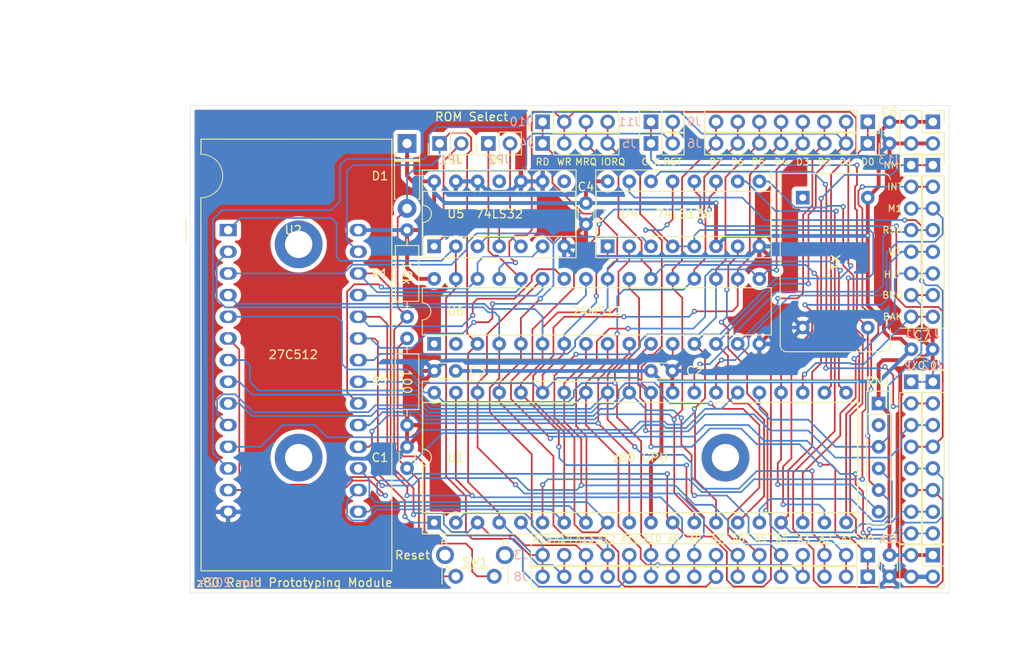
<source format=kicad_pcb>
(kicad_pcb (version 20240108) (generator "pcbnew") (generator_version "8.0")
  (title_block (title "z80 RPM v1.0") (date "2024-06-27") (rev "1") (company "podzolelements@gmail.com") (comment 1 "If you find this project useful or interesting, I'd love to hear about it!") (comment 2 "with the GPLv3, but comes with absolutely NO WARRANTY of any kind") (comment 3 "This is open source hardware and can be used for any purpose in compliance") (comment 4 "The z80 Rapid Protoyping Module: An arduino-style board based on the z80"))
  (layers (0 "F.Cu" signal) (31 "B.Cu" signal) (34 "B.Paste" user) (35 "F.Paste" user) (36 "B.SilkS" user "B.Silkscreen") (37 "F.SilkS" user "F.Silkscreen") (38 "B.Mask" user) (39 "F.Mask" user) (44 "Edge.Cuts" user))
  (net 0 "")
  (net 1 "Net-(JP1-B)")
  (net 2 "/A13")
  (net 3 "Net-(JP2-B)")
  (net 4 "/A14")
  (net 5 "Net-(U5-Pad3)")
  (net 9 "+5V")
  (net 10 "/~{HALT}")
  (net 11 "/D7")
  (net 12 "/~{WAIT}")
  (net 13 "/~{M1}")
  (net 14 "/A2")
  (net 15 "/D6")
  (net 16 "/~{BUSACK}")
  (net 17 "/~{RFSH}")
  (net 18 "GND")
  (net 19 "/~{BUSRQ}")
  (net 20 "/~{INT}")
  (net 21 "/~{NMI}")
  (net 22 "/D4")
  (net 23 "/A8")
  (net 24 "/D1")
  (net 25 "/A7")
  (net 26 "/A9")
  (net 27 "/A4")
  (net 28 "/A15")
  (net 29 "/A10")
  (net 30 "/CLK")
  (net 31 "/A3")
  (net 32 "/D3")
  (net 33 "/A12")
  (net 34 "/D0")
  (net 35 "/A5")
  (net 36 "/~{RESET}")
  (net 37 "/A6")
  (net 38 "/A0")
  (net 39 "/A1")
  (net 40 "/D2")
  (net 41 "/A11")
  (net 42 "/D5")
  (net 43 "/~{RD}")
  (net 44 "/~{EN_ROM}{slash}EN_RAM")
  (net 45 "/~{IORQ}")
  (net 46 "/I{slash}O0")
  (net 47 "/I{slash}O5")
  (net 48 "/I{slash}O1")
  (net 49 "/I{slash}O2")
  (net 50 "/I{slash}O6")
  (net 51 "/I{slash}O4")
  (net 52 "/I{slash}O7")
  (net 53 "/I{slash}O3")
  (net 55 "/~{MREQ}")
  (net 56 "/~{WR}")
  (net 59 "Net-(SW1-A)")
  (footprint "Connector_PinSocket_2.54mm:PinSocket_1x16_P2.54mm_Vertical" (layer "F.Cu") (at 127.3459 80.1029 -90)
    (property "Reference" "J3")
    (property "Value" "Conn_01x16")
  )
  (footprint "Connector_PinSocket_2.54mm:PinSocket_2x02_P2.54mm_Vertical" (layer "F.Cu") (at 134.9659 29.3029)
    (property "Reference" "J13")
    (property "Value" "Conn_02x02_Counter_Clockwise")
  )
  (footprint "Connector_PinSocket_2.54mm:PinSocket_1x08_P2.54mm_Vertical" (layer "F.Cu") (at 132.4259 34.3829)
    (property "Reference" "J1")
    (property "Value" "Conn_01x08")
  )
  (footprint "Socket:DIP_Socket-28_W11.9_W12.7_W15.24_W17.78_W18.5_3M_228-1277-00-0602J" (layer "F.Cu") (at 52.4159 42.0029)
    (property "Reference" "U2")
    (property "Value" "27C512")
  )
  (footprint "Oscillator:Oscillator_DIP-14" (layer "F.Cu") (at 119.7259 38.1929 -90)
    (property "Reference" "X1")
    (property "Value" "GTXO-14T")
  )
  (footprint "Package_DIP:DIP-32_W7.62mm" (layer "F.Cu") (at 76.5459 55.3379 90)
    (property "Reference" "U6")
    (property "Value" "24M512")
  )
  (footprint "Connector_PinSocket_2.54mm:PinSocket_1x02_P2.54mm_Vertical" (layer "F.Cu") (at 101.9459 31.8429 90)
    (property "Reference" "J5")
    (property "Value" "Conn_01x02")
  )
  (footprint "Capacitor_THT:C_Disc_D3.0mm_W1.6mm_P2.50mm" (layer "F.Cu") (at 94.3259 38.8279 -90)
    (property "Reference" "C4")
    (property "Value" ".1uF")
  )
  (footprint "Resistor_THT:R_Axial_DIN0207_L6.3mm_D2.5mm_P10.16mm_Horizontal" (layer "F.Cu") (at 73.3709 42.0029 -90)
    (property "Reference" "R1")
    (property "Value" "10k")
  )
  (footprint "Diode_THT:D_DO-41_SOD81_P7.62mm_Horizontal" (layer "F.Cu") (at 73.3709 31.8429 -90)
    (property "Reference" "D1")
    (property "Value" "1N4001")
  )
  (footprint "Capacitor_THT:C_Disc_D3.0mm_W1.6mm_P2.50mm" (layer "F.Cu") (at 101.9459 58.5129)
    (property "Reference" "C2")
    (property "Value" ".1uF")
  )
  (footprint "Connector_PinSocket_2.54mm:PinSocket_1x08_P2.54mm_Vertical" (layer "F.Cu") (at 132.4259 59.7829)
    (property "Reference" "J2")
    (property "Value" "Conn_01x08")
  )
  (footprint "MountingHole:MountingHole_3.2mm_M3_DIN965_Pad_TopBottom" (layer "F.Cu") (at 60.6709 43.6729)
    (property "Reference" "H2")
    (property "Value" "MountingHole")
  )
  (footprint "Connector_PinSocket_2.54mm:PinSocket_1x04_P2.54mm_Vertical" (layer "F.Cu") (at 89.2459 29.3029 90)
    (property "Reference" "J10")
    (property "Value" "Conn_01x04")
  )
  (footprint "MountingHole:MountingHole_3.2mm_M3_DIN965_Pad_TopBottom" (layer "F.Cu") (at 110.6709 68.6729)
    (property "Reference" "H3")
    (property "Value" "MountingHole")
  )
  (footprint "Connector_PinSocket_2.54mm:PinSocket_1x08_P2.54mm_Vertical" (layer "F.Cu") (at 134.9659 34.3829)
    (property "Reference" "J7")
    (property "Value" "Conn_01x08")
  )
  (footprint "Resistor_THT:R_Array_SIP6" (layer "F.Cu") (at 128.6159 62.3229 -90)
    (property "Reference" "RN1")
    (property "Value" "R_Network05")
  )
  (footprint "MountingHole:MountingHole_3.2mm_M3_DIN965_Pad_TopBottom" (layer "F.Cu") (at 60.6709 68.6729)
    (property "Reference" "H1")
    (property "Value" "MountingHole")
  )
  (footprint "Connector_PinSocket_2.54mm:PinSocket_1x08_P2.54mm_Vertical" (layer "F.Cu") (at 134.9659 59.7829)
    (property "Reference" "J12")
    (property "Value" "Conn_01x08")
  )
  (footprint "Button_Switch_THT:SW_Tactile_SPST_Angled_PTS645Vx31-2LFS" (layer "F.Cu") (at 83.5759 82.5929 180)
    (property "Reference" "SW1")
    (property "Value" "SW_SPST")
  )
  (footprint "Package_DIP:DIP-14_W7.62mm_Socket" (layer "F.Cu") (at 76.5459 43.9079 90)
    (property "Reference" "U5")
    (property "Value" "74LS32")
  )
  (footprint "Connector_PinSocket_2.54mm:PinSocket_1x02_P2.54mm_Vertical" (layer "F.Cu") (at 101.9459 29.3029 90)
    (property "Reference" "J11")
    (property "Value" "Conn_01x02")
  )
  (footprint "Resistor_THT:R_Axial_DIN0207_L6.3mm_D2.5mm_P10.16mm_Horizontal" (layer "F.Cu") (at 73.3709 54.7029 -90)
    (property "Reference" "R2")
    (property "Value" "100")
  )
  (footprint "Connector_PinSocket_2.54mm:PinSocket_1x08_P2.54mm_Vertical" (layer "F.Cu") (at 127.3459 31.8429 -90)
    (property "Reference" "J6")
    (property "Value" "Conn_01x08")
  )
  (footprint "Connector_PinSocket_2.54mm:PinSocket_2x02_P2.54mm_Vertical" (layer "F.Cu") (at 134.9659 80.1029)
    (property "Reference" "J14")
    (property "Value" "Conn_02x02_Counter_Clockwise")
  )
  (footprint "Capacitor_THT:C_Disc_D3.0mm_W1.6mm_P2.50mm" (layer "F.Cu") (at 129.8859 80.1029 -90)
    (property "Reference" "C5")
    (property "Value" ".1uF")
  )
  (footprint "Package_DIP:DIP-16_W7.62mm_Socket" (layer "F.Cu") (at 96.8659 43.9079 90)
    (property "Reference" "U4")
    (property "Value" "74LS138")
  )
  (footprint "Connector_PinHeader_2.54mm:PinHeader_1x02_P2.54mm_Vertical" (layer "F.Cu") (at 82.8959 31.8429 90)
    (property "Reference" "JP2")
    (property "Value" "Jumper_2_Open")
  )
  (footprint "Capacitor_THT:C_Disc_D3.0mm_W1.6mm_P2.50mm" (layer "F.Cu") (at 79.0659 58.5129 180)
    (property "Reference" "C3")
    (property "Value" ".1uF")
  )
  (footprint "Connector_PinSocket_2.54mm:PinSocket_1x08_P2.54mm_Vertical" (layer "F.Cu") (at 127.3459 29.3029 -90)
    (property "Reference" "J9")
    (property "Value" "Conn_01x08")
  )
  (footprint "Package_DIP:DIP-40_W15.24mm_Socket" (layer "F.Cu") (at 76.5459 76.2929 90)
    (property "Reference" "U1")
    (property "Value" "z80 CPU")
  )
  (footprint "Connector_PinSocket_2.54mm:PinSocket_1x04_P2.54mm_Vertical" (layer "F.Cu") (at 89.2459 31.8429 90)
    (property "Reference" "J4")
    (property "Value" "Conn_01x04")
  )
  (footprint "Capacitor_THT:C_Disc_D3.0mm_W1.6mm_P2.50mm" (layer "F.Cu") (at 129.8859 29.3429 -90)
    (property "Reference" "C6")
    (property "Value" ".1uF")
  )
  (footprint "Capacitor_THT:C_Disc_D3.0mm_W1.6mm_P2.50mm" (layer "F.Cu") (at 132.4459 55.9729)
    (property "Reference" "C7")
    (property "Value" ".1uF")
  )
  (footprint "Connector_PinSocket_2.54mm:PinSocket_1x16_P2.54mm_Vertical" (layer "F.Cu") (at 127.3459 82.6429 -90)
    (property "Reference" "J8")
    (property "Value" "Conn_01x16")
  )
  (footprint "Capacitor_THT:C_Disc_D3.0mm_W1.6mm_P2.50mm" (layer "F.Cu") (at 73.3709 69.9229 90)
    (property "Reference" "C1")
    (property "Value" ".1uF")
  )
  (footprint "Connector_PinHeader_2.54mm:PinHeader_1x02_P2.54mm_Vertical" (layer "F.Cu") (at 77.1809 31.8429 90)
    (property "Reference" "JP1")
    (property "Value" "Jumper_2_Open")
  )
  (gr_line (start 47.9709 84.5479) (end 136.8709 84.5479) (stroke (width 0.05)) (layer "Edge.Cuts"))
  (gr_line (start 136.8709 27.3979) (end 47.9709 27.3979) (stroke (width 0.05)) (layer "Edge.Cuts"))
  (gr_line (start 47.9709 27.3979) (end 47.9709 84.5479) (stroke (width 0.05)) (layer "Edge.Cuts"))
  (gr_line (start 136.8709 84.5479) (end 136.8709 27.3979) (stroke (width 0.05)) (layer "Edge.Cuts"))
  (gr_text "Jun 2024" (at 56.2259 83.9129 -0) (layer "B.SilkS") (effects (font (size 1 1)) (justify left bottom mirror)))
  (gr_text "INT\n" (at 130.5209 36.9229 0) (layer "F.SilkS") (effects (font (size 0.8 0.8) (thickness 0.12))))
  (gr_text "BAK" (at 130.2669 52.1629 0) (layer "F.SilkS") (effects (font (size 0.8 0.8) (thickness 0.12))))
  (gr_text "IORQ" (at 97.5009 34.0019 0) (layer "F.SilkS") (effects (font (size 0.8 0.8) (thickness 0.12))))
  (gr_text "A3" (at 119.8529 78.1979 0) (layer "F.SilkS") (effects (font (size 0.8 0.8) (thickness 0.12))))
  (gr_text "D6" (at 112.1059 34.0019 0) (layer "F.SilkS") (effects (font (size 0.8 0.8) (thickness 0.12))))
  (gr_text "D0" (at 127.3459 34.0019 0) (layer "F.SilkS") (effects (font (size 0.8 0.8) (thickness 0.12))))
  (gr_text "D3" (at 119.7259 34.0019 0) (layer "F.SilkS") (effects (font (size 0.8 0.8) (thickness 0.12))))
  (gr_text "M1" (at 130.5209 39.4629 0) (layer "F.SilkS") (effects (font (size 0.8 0.8) (thickness 0.12))))
  (gr_text "BRQ" (at 130.2669 49.6229 0) (layer "F.SilkS") (effects (font (size 0.8 0.8) (thickness 0.12))))
  (gr_text "A8" (at 107.1529 78.1979 0) (layer "F.SilkS") (effects (font (size 0.8 0.8) (thickness 0.12))))
  (gr_text "D7" (at 109.5659 34.0019 0) (layer "F.SilkS") (effects (font (size 0.8 0.8) (thickness 0.12))))
  (gr_text "A0" (at 127.3459 78.1979 0) (layer "F.SilkS") (effects (font (size 0.8 0.8) (thickness 0.12))))
  (gr_text "HLT" (at 130.2669 47.2099 0) (layer "F.SilkS") (effects (font (size 0.8 0.8) (thickness 0.12))))
  (gr_text "A14" (at 91.6589 78.1979 0) (layer "F.SilkS") (effects (font (size 0.8 0.8) (thickness 0.12))))
  (gr_text "A4" (at 117.3129 78.1979 0) (layer "F.SilkS") (effects (font (size 0.8 0.8) (thickness 0.12))))
  (gr_text "A5" (at 114.7729 78.1979 0) (layer "F.SilkS") (effects (font (size 0.8 0.8) (thickness 0.12))))
  (gr_text "I/O 0" (at 133.6959 57.8779 0) (layer "F.SilkS") (effects (font (size 0.8 0.8) (thickness 0.12))))
  (gr_text "A13" (at 94.1989 78.1979 0) (layer "F.SilkS") (effects (font (size 0.8 0.8) (thickness 0.12))))
  (gr_text "D2" (at 122.2659 34.0019 0) (layer "F.SilkS") (effects (font (size 0.8 0.8) (thickness 0.12))))
  (gr_text "A1" (at 124.9329 78.1979 0) (layer "F.SilkS") (effects (font (size 0.8 0.8) (thickness 0.12))))
  (gr_text "A11" (at 99.5329 78.1979 0) (layer "F.SilkS") (effects (font (size 0.8 0.8) (thickness 0.12))))
  (gr_text "A12" (at 96.7389 78.1979 0) (layer "F.SilkS") (effects (font (size 0.8 0.8) (thickness 0.12))))
  (gr_text "WR" (at 91.7859 34.0019 0) (layer "F.SilkS") (effects (font (size 0.8 0.8) (thickness 0.12))))
  (gr_text "A9" (at 104.6129 78.1979 0) (layer "F.SilkS") (effects (font (size 0.8 0.8) (thickness 0.12))))
  (gr_text "A7" (at 109.6929 78.1979 0) (layer "F.SilkS") (effects (font (size 0.8 0.8) (thickness 0.12))))
  (gr_text "Reset" (at 74.0059 80.1029 0) (layer "F.SilkS") (effects (font (size 1 1))))
  (gr_text "A2" (at 122.3929 78.1979 0) (layer "F.SilkS") (effects (font (size 0.8 0.8) (thickness 0.12))))
  (gr_text "D5" (at 114.5189 34.0019 0) (layer "F.SilkS") (effects (font (size 0.8 0.8) (thickness 0.12))))
  (gr_text "MRQ" (at 94.3259 34.0019 0) (layer "F.SilkS") (effects (font (size 0.8 0.8) (thickness 0.12))))
  (gr_text "CLK" (at 101.9459 34.0019 0) (layer "F.SilkS") (effects (font (size 0.8 0.8) (thickness 0.12))))
  (gr_text "D1\n" (at 124.8059 34.0019 0) (layer "F.SilkS") (effects (font (size 0.8 0.8) (thickness 0.12))))
  (gr_text "A15\n" (at 89.2459 78.1979 0) (layer "F.SilkS") (effects (font (size 0.8 0.8) (thickness 0.12))))
  (gr_text "z80 Rapid Prototyping Module" (at 48.6059 83.9129 0) (layer "F.SilkS") (effects (font (size 1 1)) (justify left bottom)))
  (gr_text "A10\n" (at 102.0729 78.1979 0) (layer "F.SilkS") (effects (font (size 0.8 0.8) (thickness 0.12))))
  (gr_text "RST" (at 104.4859 34.0019 0) (layer "F.SilkS") (effects (font (size 0.8 0.8) (thickness 0.12))))
  (gr_text "NMI" (at 130.2669 34.3829 0) (layer "F.SilkS") (effects (font (size 0.8 0.8) (thickness 0.12))))
  (gr_text "RSH" (at 130.2669 42.0029 0) (layer "F.SilkS") (effects (font (size 0.8 0.8) (thickness 0.12))))
  (gr_text "A6" (at 112.2329 78.1979 0) (layer "F.SilkS") (effects (font (size 0.8 0.8) (thickness 0.12))))
  (gr_text "RD" (at 89.2459 34.0019 0) (layer "F.SilkS") (effects (font (size 0.8 0.8) (thickness 0.12))))
  (gr_text "27C512" (at 60.0359 56.6079 0) (layer "F.SilkS") (effects (font (size 1 1))))
  (gr_text "D4" (at 117.1859 34.0019 0) (layer "F.SilkS") (effects (font (size 0.8 0.8) (thickness 0.12))))
  (gr_text "16k" (at 77.1809 34.3829 0) (layer "F.SilkS") (effects (font (size 1 1)) (justify left bottom)))
  (gr_text "8k" (at 82.8959 34.3829 0) (layer "F.SilkS") (effects (font (size 1 1)) (justify left bottom)))
  (gr_text "WT" (at 130.5209 44.5429 0) (layer "F.SilkS") (effects (font (size 0.8 0.8) (thickness 0.12))))
  (gr_text "ROM Select" (at 76.5459 29.3029 0) (layer "F.SilkS") (effects (font (size 1 1)) (justify left bottom)))
  (segment (start 77.6476 33.9162) (end 77.6476 42.8062) (width 0.2) (layer "F.Cu") (net 1))
  (segment (start 77.6476 42.8062) (end 76.5459 43.9079) (width 0.2) (layer "F.Cu") (net 1))
  (segment (start 79.7209 31.8429) (end 77.6476 33.9162) (width 0.2) (layer "F.Cu") (net 1))
  (segment (start 83.1278 77.7948) (end 81.6259 76.2929) (width 0.2) (layer "F.Cu") (net 2))
  (segment (start 67.6559 47.0829) (end 69.7038 47.0829) (width 0.2) (layer "F.Cu") (net 2))
  (segment (start 83.9959 45.0079) (end 83.4885 45.0079) (width 0.2) (layer "F.Cu") (net 2))
  (segment (start 85.9996 77.7948) (end 83.1278 77.7948) (width 0.2) (layer "F.Cu") (net 2))
  (segment (start 83.4885 45.0079) (end 82.8959 44.4153) (width 0.2) (layer "F.Cu") (net 2))
  (segment (start 94.3259 82.6429) (end 94.3259 80.1029) (width 0.2) (layer "F.Cu") (net 2))
  (segment (start 87.156 78.9512) (end 85.9996 77.7948) (width 0.2) (layer "F.Cu") (net 2))
  (segment (start 94.3259 80.1029) (end 93.1742 78.9512) (width 0.2) (layer "F.Cu") (net 2))
  (segment (start 86.7059 47.7179) (end 83.9959 45.0079) (width 0.2) (layer "F.Cu") (net 2))
  (segment (start 71.4543 48.8334) (end 71.4543 69.6007) (width 0.2) (layer "F.Cu") (net 2))
  (segment (start 74.128 72.2744) (end 74.128 75.353) (width 0.2) (layer "F.Cu") (net 2))
  (segment (start 71.4543 69.6007) (end 74.128 72.2744) (width 0.2) (layer "F.Cu") (net 2))
  (segment (start 93.1742 78.9512) (end 87.156 78.9512) (width 0.2) (layer "F.Cu") (net 2))
  (segment (start 82.8959 44.4153) (end 82.8959 31.8429) (width 0.2) (layer "F.Cu") (net 2))
  (segment (start 69.7038 47.0829) (end 71.4543 48.8334) (width 0.2) (layer "F.Cu") (net 2))
  (via (at 74.128 75.353) (size 0.6) (drill 0.3) (layers "F.Cu" "B.Cu") (net 2))
  (segment (start 69.8573 49.2843) (end 85.1395 49.2843) (width 0.2) (layer "B.Cu") (net 2))
  (segment (start 85.1395 49.2843) (end 85.1412 49.286) (width 0.2) (layer "B.Cu") (net 2))
  (segment (start 86.7059 47.7179) (end 86.7059 48.651) (width 0.2) (layer "B.Cu") (net 2))
  (segment (start 74.2898 75.1912) (end 74.128 75.353) (width 0.2) (layer "B.Cu") (net 2))
  (segment (start 78.5873 77.4052) (end 77.6744 76.4923) (width 0.2) (layer "B.Cu") (net 2))
  (segment (start 80.5136 77.4052) (end 78.5873 77.4052) (width 0.2) (layer "B.Cu") (net 2))
  (segment (start 77.5104 75.1912) (end 74.2898 75.1912) (width 0.2) (layer "B.Cu") (net 2))
  (segment (start 86.7059 48.651) (end 86.0709 49.286) (width 0.2) (layer "B.Cu") (net 2))
  (segment (start 77.6744 76.4923) (end 77.6744 75.3552) (width 0.2) (layer "B.Cu") (net 2))
  (segment (start 85.1412 49.286) (end 86.0709 49.286) (width 0.2) (layer "B.Cu") (net 2))
  (segment (start 81.6259 76.2929) (end 80.5136 77.4052) (width 0.2) (layer "B.Cu") (net 2))
  (segment (start 67.6559 47.0829) (end 69.8573 49.2843) (width 0.2) (layer "B.Cu") (net 2))
  (segment (start 77.6744 75.3552) (end 77.5104 75.1912) (width 0.2) (layer "B.Cu") (net 2))
  (segment (start 85.4359 31.8429) (end 85.4359 40.1952) (width 0.2) (layer "F.Cu") (net 3))
  (segment (start 84.1659 41.4652) (end 84.1659 43.9079) (width 0.2) (layer "F.Cu") (net 3))
  (segment (start 85.4359 40.1952) (end 84.1659 41.4652) (width 0.2) (layer "F.Cu") (net 3))
  (segment (start 80.8709 31.157214) (end 80.286586 30.5729) (width 0.2) (layer "F.Cu") (net 4))
  (segment (start 80.286586 30.5729) (end 78.4509 30.5729) (width 0.2) (layer "F.Cu") (net 4))
  (segment (start 80.8709 32.6483) (end 80.8709 31.157214) (width 0.2) (layer "F.Cu") (net 4))
  (segment (start 80.4063 33.1129) (end 80.8709 32.6483) (width 0.2) (layer "F.Cu") (net 4))
  (segment (start 80.5228 56.441) (end 81.6259 55.3379) (width 0.2) (layer "F.Cu") (net 4))
  (segment (start 84.1659 76.2929) (end 84.1659 75.1912) (width 0.2) (layer "F.Cu") (net 4))
  (segment (start 80.5228 71.5481) (end 80.5228 56.441) (width 0.2) (layer "F.Cu") (net 4))
  (segment (start 84.1659 75.1912) (end 80.5228 71.5481) (width 0.2) (layer "F.Cu") (net 4))
  (segment (start 78.4509 30.5729) (end 77.1809 31.8429) (width 0.2) (layer "F.Cu") (net 4))
  (segment (start 80.4063 54.1183) (end 80.4063 33.1129) (width 0.2) (layer "F.Cu") (net 4))
  (segment (start 81.6259 55.3379) (end 80.4063 54.1183) (width 0.2) (layer "F.Cu") (net 4))
  (segment (start 91.7859 80.1029) (end 91.7859 82.6429) (width 0.2) (layer "F.Cu") (net 4))
  (segment (start 87.8525 80.3608) (end 87.8525 79.7534) (width 0.2) (layer "B.Cu") (net 4))
  (segment (start 91.7859 82.6429) (end 90.3996 81.2566) (width 0.2) (layer "B.Cu") (net 4))
  (segment (start 88.7483 81.2566) (end 87.8525 80.3608) (width 0.2) (layer "B.Cu") (net 4))
  (segment (start 66.3261 43.2131) (end 66.3261 35.0777) (width 0.2) (layer "B.Cu") (net 4))
  (segment (start 76.268014 34.3829) (end 77.1809 33.470014) (width 0.2) (layer "B.Cu") (net 4))
  (segment (start 77.1809 33.470014) (end 77.1809 31.8429) (width 0.2) (layer "B.Cu") (net 4))
  (segment (start 87.8525 79.7534) (end 84.392 76.2929) (width 0.2) (layer "B.Cu") (net 4))
  (segment (start 67.6559 44.5429) (end 66.3261 43.2131) (width 0.2) (layer "B.Cu") (net 4))
  (segment (start 84.392 76.2929) (end 84.1659 76.2929) (width 0.2) (layer "B.Cu") (net 4))
  (segment (start 67.0209 34.3829) (end 76.268014 34.3829) (width 0.2) (layer "B.Cu") (net 4))
  (segment (start 90.3996 81.2566) (end 88.7483 81.2566) (width 0.2) (layer "B.Cu") (net 4))
  (segment (start 66.3261 35.0777) (end 67.0209 34.3829) (width 0.2) (layer "B.Cu") (net 4))
  (segment (start 81.6259 43.9079) (end 82.7259 42.8079) (width 0.2) (layer "B.Cu") (net 5))
  (segment (start 85.6059 42.8079) (end 86.7059 43.9079) (width 0.2) (layer "B.Cu") (net 5))
  (segment (start 82.7259 42.8079) (end 85.6059 42.8079) (width 0.2) (layer "B.Cu") (net 5))
  (segment (start 128.6209 30.6079) (end 128.6209 36.9179) (width 0.45) (layer "F.Cu") (net 9))
  (segment (start 109.5659 43.9079) (end 109.5659 38.8279) (width 0.45) (layer "F.Cu") (net 9))
  (segment (start 128.6159 62.3229) (end 129.8859 63.5929) (width 0.45) (layer "F.Cu") (net 9))
  (segment (start 76.5459 41.3679) (end 76.5459 36.2879) (width 0.45) (layer "F.Cu") (net 9))
  (segment (start 73.3709 42.0029) (end 73.3709 46.4479) (width 0.45) (layer "F.Cu") (net 9))
  (segment (start 129.117295 57.2429) (end 131.1759 57.2429) (width 0.45) (layer "F.Cu") (net 9))
  (segment (start 131.1909 54.7179) (end 132.4459 55.9729) (width 0.45) (layer "F.Cu") (net 9))
  (segment (start 129.8859 63.5929) (end 129.8859 80.1029) (width 0.45) (layer "F.Cu") (net 9))
  (segment (start 132.4259 80.1029) (end 134.9659 80.1029) (width 0.45) (layer "F.Cu") (net 9))
  (segment (start 96.8659 36.2879) (end 94.9609 36.2879) (width 0.45) (layer "F.Cu") (net 9))
  (segment (start 103.1709 59.7379) (end 103.1709 68.0379) (width 0.45) (layer "F.Cu") (net 9))
  (segment (start 127.3459 50.8729) (end 127.3459 42.6379) (width 0.45) (layer "F.Cu") (net 9))
  (segment (start 128.6159 62.3229) (end 128.6159 57.744295) (width 0.45) (layer "F.Cu") (net 9))
  (segment (start 127.9909 51.5179) (end 127.3459 50.8729) (width 0.45) (layer "F.Cu") (net 9))
  (segment (start 129.2359 52.7629) (end 129.2359 53.89427) (width 0.45) (layer "F.Cu") (net 9))
  (segment (start 73.3709 46.4479) (end 74.6409 47.7179) (width 0.45) (layer "F.Cu") (net 9))
  (segment (start 101.9459 58.5129) (end 103.1709 59.7379) (width 0.45) (layer "F.Cu") (net 9))
  (segment (start 73.3709 35.6529) (end 74.0059 36.2879) (width 0.45) (layer "F.Cu") (net 9))
  (segment (start 101.9459 76.2929) (end 101.9459 69.2629) (width 0.45) (layer "F.Cu") (net 9))
  (segment (start 134.9659 29.3029) (end 132.4259 29.3029) (width 0.45) (layer "F.Cu") (net 9))
  (segment (start 129.9259 29.3029) (end 129.8859 29.3429) (width 0.45) (layer "F.Cu") (net 9))
  (segment (start 127.3459 42.6379) (end 127.3459 38.1929) (width 0.45) (layer "F.Cu") (net 9))
  (segment (start 94.3259 36.9229) (end 94.3259 38.8279) (width 0.45) (layer "F.Cu") (net 9))
  (segment (start 132.4259 29.3029) (end 129.9259 29.3029) (width 0.45) (layer "F.Cu") (net 9))
  (segment (start 74.0059 36.2879) (end 76.5459 36.2879) (width 0.45) (layer "F.Cu") (net 9))
  (segment (start 73.3709 42.0029) (end 75.9109 42.0029) (width 0.45) (layer "F.Cu") (net 9))
  (segment (start 73.3709 31.8429) (end 73.3709 35.6529) (width 0.45) (layer "F.Cu") (net 9))
  (segment (start 94.9609 36.2879) (end 94.3259 36.9229) (width 0.45) (layer "F.Cu") (net 9))
  (segment (start 127.9909 51.5179) (end 129.2359 52.7629) (width 0.45) (layer "F.Cu") (net 9))
  (segment (start 101.9459 69.2629) (end 103.1709 68.0379) (width 0.45) (layer "F.Cu") (net 9))
  (segment (start 129.8859 29.3429) (end 128.6209 30.6079) (width 0.45) (layer "F.Cu") (net 9))
  (segment (start 128.6209 36.9179) (end 127.3459 38.1929) (width 0.45) (layer "F.Cu") (net 9))
  (segment (start 128.6159 57.744295) (end 129.117295 57.2429) (width 0.45) (layer "F.Cu") (net 9))
  (segment (start 130.05953 54.7179) (end 131.1909 54.7179) (width 0.45) (layer "F.Cu") (net 9))
  (segment (start 75.9109 42.0029) (end 76.5459 41.3679) (width 0.45) (layer "F.Cu") (net 9))
  (segment (start 129.2359 53.89427) (end 130.05953 54.7179) (width 0.45) (layer "F.Cu") (net 9))
  (segment (start 131.1759 57.2429) (end 132.4459 55.9729) (width 0.45) (layer "F.Cu") (net 9))
  (segment (start 74.6409 47.7179) (end 76.5459 47.7179) (width 0.45) (layer "F.Cu") (net 9))
  (via (at 109.5659 38.8279) (size 0.6) (drill 0.3) (layers "F.Cu" "B.Cu") (net 9))
  (via (at 127.3459 42.6379) (size 0.6) (drill 0.3) (layers "F.Cu" "B.Cu") (net 9))
  (segment (start 103.1709 59.7379) (end 128.6809 59.7379) (width 0.45) (layer "B.Cu") (net 9))
  (segment (start 128.6809 59.7379) (end 132.4459 55.9729) (width 0.45) (layer "B.Cu") (net 9))
  (segment (start 101.9459 58.5129) (end 79.0659 58.5129) (width 0.45) (layer "B.Cu") (net 9))
  (segment (start 101.9459 58.5129) (end 103.1709 59.7379) (width 0.45) (layer "B.Cu") (net 9))
  (segment (start 109.5659 43.9079) (end 110.7909 42.6829) (width 0.45) (layer "B.Cu") (net 9))
  (segment (start 127.3459 42.6379) (end 127.3009 42.6829) (width 0.45) (layer "B.Cu") (net 9))
  (segment (start 76.5459 37.5579) (end 76.5459 36.2879) (width 0.45) (layer "B.Cu") (net 9))
  (segment (start 73.3709 42.0029) (end 67.6559 42.0029) (width 0.45) (layer "B.Cu") (net 9))
  (segment (start 132.4259 80.1029) (end 129.8859 80.1029) (width 0.45) (layer "B.Cu") (net 9))
  (segment (start 77.8159 38.8279) (end 76.5459 37.5579) (width 0.45) (layer "B.Cu") (net 9))
  (segment (start 94.3259 38.8279) (end 77.8159 38.8279) (width 0.45) (layer "B.Cu") (net 9))
  (segment (start 110.7909 42.6829) (end 127.3009 42.6829) (width 0.45) (layer "B.Cu") (net 9))
  (segment (start 94.3259 38.8279) (end 109.5659 38.8279) (width 0.45) (layer "B.Cu") (net 9))
  (segment (start 119.7259 70.4829) (end 119.7259 76.2929) (width 0.2) (layer "F.Cu") (net 10))
  (segment (start 125.9218 57.2514) (end 125.9218 61.6879) (width 0.2) (layer "F.Cu") (net 10))
  (segment (start 124.1234 66.0854) (end 119.7259 70.4829) (width 0.2) (layer "F.Cu") (net 10))
  (segment (start 124.1234 63.4863) (end 124.1234 66.0854) (width 0.2) (layer "F.Cu") (net 10))
  (segment (start 125.7438 57.0734) (end 125.9218 57.2514) (width 0.2) (layer "F.Cu") (net 10))
  (segment (start 125.9218 61.6879) (end 124.1234 63.4863) (width 0.2) (layer "F.Cu") (net 10))
  (via (at 125.7438 57.0734) (size 0.6) (drill 0.3) (layers "F.Cu" "B.Cu") (net 10))
  (segment (start 131.1559 47.0829) (end 132.4259 47.0829) (width 0.2) (layer "B.Cu") (net 10))
  (segment (start 130.5037 47.7351) (end 131.1559 47.0829) (width 0.2) (layer "B.Cu") (net 10))
  (segment (start 130.5037 49.6229) (end 130.5037 52.4509) (width 0.2) (layer "B.Cu") (net 10))
  (segment (start 132.4259 47.0829) (end 132.4259 47.6587) (width 0.2) (layer "B.Cu") (net 10))
  (segment (start 134.9659 47.0829) (end 133.8142 47.0829) (width 0.2) (layer "B.Cu") (net 10))
  (segment (start 125.8812 57.0734) (end 125.7438 57.0734) (width 0.2) (layer "B.Cu") (net 10))
  (segment (start 130.5037 49.6229) (end 130.5037 47.7351) (width 0.2) (layer "B.Cu") (net 10))
  (segment (start 130.5037 52.4509) (end 125.8812 57.0734) (width 0.2) (layer "B.Cu") (net 10))
  (segment (start 133.0017 47.0829) (end 132.4259 47.6587) (width 0.2) (layer "B.Cu") (net 10))
  (segment (start 133.8142 47.0829) (end 133.0017 47.0829) (width 0.2) (layer "B.Cu") (net 10))
  (segment (start 109.5659 31.8429) (end 105.5876 35.8212) (width 0.2) (layer "F.Cu") (net 11))
  (segment (start 107.0259 75.1912) (end 107.0259 76.2929) (width 0.2) (layer "F.Cu") (net 11))
  (segment (start 104.4859 48.8196) (end 104.4859 47.7179) (width 0.2) (layer "F.Cu") (net 11))
  (segment (start 104.6731 64.2038) (end 104.6731 72.8384) (width 0.2) (layer "F.Cu") (net 11))
  (segment (start 104.6731 64.2038) (end 104.6731 64.008) (width 0.2) (layer "F.Cu") (net 11))
  (segment (start 104.6731 64.008) (end 105.616 63.0651) (width 0.2) (layer "F.Cu") (net 11))
  (segment (start 105.616 63.0651) (end 105.616 49.9497) (width 0.2) (layer "F.Cu") (net 11))
  (segment (start 105.5876 35.8212) (end 105.5876 45.5145) (width 0.2) (layer "F.Cu") (net 11))
  (segment (start 105.616 49.9497) (end 104.4859 48.8196) (width 0.2) (layer "F.Cu") (net 11))
  (segment (start 104.4859 46.6162) (end 104.4859 47.7179) (width 0.2) (layer "F.Cu") (net 11))
  (segment (start 104.6731 72.8384) (end 107.0259 75.1912) (width 0.2) (layer "F.Cu") (net 11))
  (segment (start 105.5876 45.5145) (end 104.4859 46.6162) (width 0.2) (layer "F.Cu") (net 11))
  (segment (start 109.5659 29.3029) (end 109.5659 31.8429) (width 0.2) (layer "F.Cu") (net 11))
  (via (at 104.6731 64.2038) (size 0.6) (drill 0.3) (layers "F.Cu" "B.Cu") (net 11))
  (segment (start 74.5604 63.3485) (end 75.4142 64.2023) (width 0.2) (layer "B.Cu") (net 11))
  (segment (start 68.9576 64.8629) (end 70.472 63.3485) (width 0.2) (layer "B.Cu") (net 11))
  (segment (start 95.3545 64.2023) (end 95.9639 63.5929) (width 0.2) (layer "B.Cu") (net 11))
  (segment (start 67.6559 64.8629) (end 68.9576 64.8629) (width 0.2) (layer "B.Cu") (net 11))
  (segment (start 104.0622 63.5929) (end 104.6731 64.2038) (width 0.2) (layer "B.Cu") (net 11))
  (segment (start 75.4142 64.2023) (end 95.3545 64.2023) (width 0.2) (layer "B.Cu") (net 11))
  (segment (start 70.472 63.3485) (end 74.5604 63.3485) (width 0.2) (layer "B.Cu") (net 11))
  (segment (start 95.9639 63.5929) (end 104.0622 63.5929) (width 0.2) (layer "B.Cu") (net 11))
  (segment (start 120.8259 53.891) (end 120.8259 51.6119) (width 0.2) (layer "F.Cu") (net 12))
  (segment (start 116.797 69.3079) (end 116.797 71.8238) (width 0.2) (layer "F.Cu") (net 12))
  (segment (start 117.1859 61.0529) (end 117.1859 68.919) (width 0.2) (layer "F.Cu") (net 12))
  (segment (start 117.1859 68.919) (end 116.797 69.3079) (width 0.2) (layer "F.Cu") (net 12))
  (segment (start 117.1859 57.531) (end 120.8276 53.8893) (width 0.2) (layer "F.Cu") (net 12))
  (segment (start 117.1859 61.0529) (end 117.1859 57.531) (width 0.2) (layer "F.Cu") (net 12))
  (segment (start 120.8259 51.6119) (end 119.9799 50.7659) (width 0.2) (layer "F.Cu") (net 12))
  (via (at 116.797 71.8238) (size 0.6) (drill 0.3) (layers "F.Cu" "B.Cu") (net 12))
  (via (at 119.9799 50.7659) (size 0.6) (drill 0.3) (layers "F.Cu" "B.Cu") (net 12))
  (segment (start 119.9799 50.6389) (end 119.9799 50.6389) (width 0.2) (layer "B.Cu") (net 12))
  (segment (start 134.9659 44.5429) (end 132.4259 44.5429) (width 0.2) (layer "B.Cu") (net 12))
  (segment (start 119.9799 50.7659) (end 128.92905 50.7659) (width 0.2) (layer "B.Cu") (net 12))
  (segment (start 128.92905 50.7659) (end 129.94505 49.7499) (width 0.2) (layer "B.Cu") (net 12))
  (segment (start 125.4168 71.8238) (end 116.797 71.8238) (width 0.2) (layer "B.Cu") (net 12))
  (segment (start 129.94505 45.87205) (end 131.2742 44.5429) (width 0.2) (layer "B.Cu") (net 12))
  (segment (start 128.6159 75.0229) (end 125.4168 71.8238) (width 0.2) (layer "B.Cu") (net 12))
  (segment (start 131.2742 44.5429) (end 132.4259 44.5429) (width 0.2) (layer "B.Cu") (net 12))
  (segment (start 129.94505 49.7499) (end 129.94505 45.87205) (width 0.2) (layer "B.Cu") (net 12))
  (segment (start 119.9799 50.7659) (end 119.9799 50.6389) (width 0.2) (layer "B.Cu") (net 12))
  (segment (start 109.5659 61.0529) (end 109.5659 57.8779) (width 0.2) (layer "F.Cu") (net 13))
  (segment (start 109.5659 57.8779) (end 110.2009 57.2429) (width 0.2) (layer "F.Cu") (net 13))
  (via (at 110.2009 57.2429) (size 0.6) (drill 0.3) (layers "F.Cu" "B.Cu") (net 13))
  (segment (start 113.3759 54.571) (end 118.2725 49.6744) (width 0.2) (layer "B.Cu") (net 13))
  (segment (start 136.1176 40.6146) (end 134.9659 39.4629) (width 0.2) (layer "B.Cu") (net 13))
  (segment (start 111.7892 57.2429) (end 113.3759 55.6562) (width 0.2) (layer "B.Cu") (net 13))
  (segment (start 110.2009 57.2429) (end 111.7892 57.2429) (width 0.2) (layer "B.Cu") (net 13))
  (segment (start 118.2725 49.6744) (end 128.85855 49.6744) (width 0.2) (layer "B.Cu") (net 13))
  (segment (start 113.3759 55.6562) (end 113.3759 54.571) (width 0.2) (layer "B.Cu") (net 13))
  (segment (start 130.8546 43.3696) (end 135.228 43.3696) (width 0.2) (layer "B.Cu") (net 13))
  (segment (start 132.4259 39.4629) (end 134.9659 39.4629) (width 0.2) (layer "B.Cu") (net 13))
  (segment (start 129.54505 48.9879) (end 129.54505 44.67915) (width 0.2) (layer "B.Cu") (net 13))
  (segment (start 128.85855 49.6744) (end 129.54505 48.9879) (width 0.2) (layer "B.Cu") (net 13))
  (segment (start 135.228 43.3696) (end 136.1176 42.48) (width 0.2) (layer "B.Cu") (net 13))
  (segment (start 129.54505 44.67915) (end 130.8546 43.3696) (width 0.2) (layer "B.Cu") (net 13))
  (segment (start 136.1176 42.48) (end 136.1176 40.6146) (width 0.2) (layer "B.Cu") (net 13))
  (segment (start 134.9659 39.4629) (end 134.9659 39.9189) (width 0.2) (layer "B.Cu") (net 13))
  (segment (start 96.8659 60.502) (end 96.8659 61.0529) (width 0.2) (layer "F.Cu") (net 14))
  (segment (start 120.8187 70.2409) (end 120.8544 70.2766) (width 0.2) (layer "F.Cu") (net 14))
  (segment (start 120.8544 77.5397) (end 122.2659 78.9512) (width 0.2) (layer "F.Cu") (net 14))
  (segment (start 122.2659 80.1029) (end 122.2659 78.9512) (width 0.2) (layer "F.Cu") (net 14))
  (segment (start 96.8659 63.5929) (end 96.8659 64.0534) (width 0.2) (layer "F.Cu") (net 14))
  (segment (start 96.8659 61.0529) (end 96.8659 63.5929) (width 0.2) (layer "F.Cu") (net 14))
  (segment (start 96.8659 60.502) (end 96.8659 59.9512) (width 0.2) (layer "F.Cu") (net 14))
  (segment (start 96.8659 63.5929) (end 96.8659 64.2279) (width 0.2) (layer "F.Cu") (net 14))
  (segment (start 99.4059 55.3379) (end 99.4059 56.4396) (width 0.2) (layer "F.Cu") (net 14))
  (segment (start 96.8659 58.9796) (end 99.4059 56.4396) (width 0.2) (layer "F.Cu") (net 14))
  (segment (start 120.8544 70.2766) (end 120.8544 77.5397) (width 0.2) (layer "F.Cu") (net 14))
  (segment (start 96.8659 59.9512) (end 96.8659 58.9796) (width 0.2) (layer "F.Cu") (net 14))
  (segment (start 96.8659 64.2279) (end 100.0409 67.4029) (width 0.2) (layer "F.Cu") (net 14))
  (segment (start 122.2659 82.6429) (end 122.2659 80.1029) (width 0.2) (layer "F.Cu") (net 14))
  (via (at 100.0409 67.4029) (size 0.6) (drill 0.3) (layers "F.Cu" "B.Cu") (net 14))
  (via (at 120.8187 70.2409) (size 0.6) (drill 0.3) (layers "F.Cu" "B.Cu") (net 14))
  (segment (start 100.0409 67.2284) (end 100.0409 67.4029) (width 0.2) (layer "B.Cu") (net 14))
  (segment (start 112.2709 72.3179) (end 114.3479 70.2409) (width 0.2) (layer "B.Cu") (net 14))
  (segment (start 108.061586 72.3179) (end 112.2709 72.3179) (width 0.2) (layer "B.Cu") (net 14))
  (segment (start 114.3479 70.2409) (end 120.8187 70.2409) (width 0.2) (layer "B.Cu") (net 14))
  (segment (start 53.7176 59.7829) (end 55.2359 61.3012) (width 0.2) (layer "B.Cu") (net 14))
  (segment (start 76.117 62.9615) (end 94.8401 62.9615) (width 0.2) (layer "B.Cu") (net 14))
  (segment (start 105.739629 68.3461) (end 106.546164 69.152636) (width 0.2) (layer "B.Cu") (net 14))
  (segment (start 52.4159 59.7829) (end 53.7176 59.7829) (width 0.2) (layer "B.Cu") (net 14))
  (segment (start 96.7487 61.0529) (end 94.8401 62.9615) (width 0.2) (layer "B.Cu") (net 14))
  (segment (start 100.9841 68.3461) (end 105.739629 68.3461) (width 0.2) (layer "B.Cu") (net 14))
  (segment (start 106.7032 69.309671) (end 106.7032 70.959514) (width 0.2) (layer "B.Cu") (net 14))
  (segment (start 100.0409 67.4029) (end 100.9841 68.3461) (width 0.2) (layer "B.Cu") (net 14))
  (segment (start 106.546164 69.152636) (end 106.7032 69.309671) (width 0.2) (layer "B.Cu") (net 14))
  (segment (start 106.7032 70.959514) (end 108.061586 72.3179) (width 0.2) (layer "B.Cu") (net 14))
  (segment (start 74.4567 61.3012) (end 76.117 62.9615) (width 0.2) (layer "B.Cu") (net 14))
  (segment (start 55.2359 61.3012) (end 74.4567 61.3012) (width 0.2) (layer "B.Cu") (net 14))
  (segment (start 96.8659 61.0529) (end 96.7487 61.0529) (width 0.2) (layer "B.Cu") (net 14))
  (segment (start 68.9259 67.4029) (end 67.6559 67.4029) (width 0.2) (layer "F.Cu") (net 15))
  (segment (start 99.4059 75.1912) (end 99.4059 68.2875) (width 0.2) (layer "F.Cu") (net 15))
  (segment (start 99.4059 76.2929) (end 99.4059 75.1912) (width 0.2) (layer "F.Cu") (net 15))
  (segment (start 95.7642 59.5119) (end 97.9944 57.2817) (width 0.2) (layer "F.Cu") (net 15))
  (segment (start 69.2543 65.5877) (end 69.2543 67.0745) (width 0.2) (layer "F.Cu") (net 15))
  (segment (start 112.1059 31.8429) (end 108.1833 35.7655) (width 0.2) (layer "F.Cu") (net 15))
  (segment (start 108.3266 45.3155) (end 107.0259 46.6162) (width 0.2) (layer "F.Cu") (net 15))
  (segment (start 95.7642 64.6458) (end 95.7642 59.5119) (width 0.2) (layer "F.Cu") (net 15))
  (segment (start 99.4059 68.2875) (end 95.7642 64.6458) (width 0.2) (layer "F.Cu") (net 15))
  (segment (start 69.2543 67.0745) (end 68.9259 67.4029) (width 0.2) (layer "F.Cu") (net 15))
  (segment (start 97.9944 57.2817) (end 97.9944 54.158) (width 0.2) (layer "F.Cu") (net 15))
  (segment (start 108.1833 35.7655) (end 108.1833 39.977) (width 0.2) (layer "F.Cu") (net 15))
  (segment (start 108.1833 39.977) (end 108.3266 40.1203) (width 0.2) (layer "F.Cu") (net 15))
  (segment (start 108.3266 40.1203) (end 108.3266 45.3155) (width 0.2) (layer "F.Cu") (net 15))
  (segment (start 112.1059 29.3029) (end 112.1059 31.8429) (width 0.2) (layer "F.Cu") (net 15))
  (segment (start 107.0259 46.6162) (end 107.0259 47.7179) (width 0.2) (layer "F.Cu") (net 15))
  (via (at 95.7642 64.6458) (size 0.6) (drill 0.3) (layers "F.Cu" "B.Cu") (net 15))
  (via (at 97.9944 54.158) (size 0.6) (drill 0.3) (layers "F.Cu" "B.Cu") (net 15))
  (via (at 69.2543 65.5877) (size 0.6) (drill 0.3) (layers "F.Cu" "B.Cu") (net 15))
  (segment (start 105.7559 48.9879) (end 107.0259 47.7179) (width 0.2) (layer "B.Cu") (net 15))
  (segment (start 98.7709 48.9879) (end 105.7559 48.9879) (width 0.2) (layer "B.Cu") (net 15))
  (segment (start 69.2543 65.5877) (end 71.0856 63.7564) (width 0.2) (layer "B.Cu") (net 15))
  (segment (start 97.9944 54.158) (end 97.9944 49.7644) (width 0.2) (layer "B.Cu") (net 15))
  (segment (start 97.9944 49.7644) (end 98.7709 48.9879) (width 0.2) (layer "B.Cu") (net 15))
  (segment (start 71.0856 63.7564) (end 74.0644 63.7564) (width 0.2) (layer "B.Cu") (net 15))
  (segment (start 74.0644 63.7564) (end 74.9538 64.6458) (width 0.2) (layer "B.Cu") (net 15))
  (segment (start 74.9538 64.6458) (end 95.7642 64.6458) (width 0.2) (layer "B.Cu") (net 15))
  (segment (start 119.7259 59.1137) (end 119.9406 58.899) (width 0.2) (layer "F.Cu") (net 16))
  (segment (start 119.7259 61.0529) (end 119.7259 59.1137) (width 0.2) (layer "F.Cu") (net 16))
  (segment (start 134.9659 52.1629) (end 132.4259 52.1629) (width 0.2) (layer "F.Cu") (net 16))
  (via (at 119.9406 58.899) (size 0.6) (drill 0.3) (layers "F.Cu" "B.Cu") (net 16))
  (segment (start 126.886 57.7028) (end 125.3907 57.7028) (width 0.2) (layer "B.Cu") (net 16))
  (segment (start 125.2666 57.5787) (end 121.2609 57.5787) (width 0.2) (layer "B.Cu") (net 16))
  (segment (start 121.2609 57.5787) (end 119.9406 58.899) (width 0.2) (layer "B.Cu") (net 16))
  (segment (start 132.4259 52.1629) (end 126.886 57.7028) (width 0.2) (layer "B.Cu") (net 16))
  (segment (start 125.3907 57.7028) (end 125.2666 57.5787) (width 0.2) (layer "B.Cu") (net 16))
  (segment (start 107.0259 58.3716) (end 107.6753 57.7222) (width 0.2) (layer "F.Cu") (net 17))
  (segment (start 107.0259 61.0529) (end 107.0259 58.3716) (width 0.2) (layer "F.Cu") (net 17))
  (via (at 107.6753 57.7222) (size 0.6) (drill 0.3) (layers "F.Cu" "B.Cu") (net 17))
  (segment (start 111.0042 55.5216) (end 108.8036 57.7222) (width 0.2) (layer "B.Cu") (net 17))
  (segment (start 128.3822 49.2216) (end 116.6497 49.2216) (width 0.2) (layer "B.Cu") (net 17))
  (segment (start 116.6497 49.2216) (end 111.0042 54.8671) (width 0.2) (layer "B.Cu") (net 17))
  (segment (start 132.4259 42.0029) (end 132.20695 42.22185) (width 0.2) (layer "B.Cu") (net 17))
  (segment (start 111.0042 54.8671) (end 111.0042 55.5216) (width 0.2) (layer "B.Cu") (net 17))
  (segment (start 108.8036 57.7222) (end 107.6753 57.7222) (width 0.2) (layer "B.Cu") (net 17))
  (segment (start 129.14505 42.74375) (end 129.14505 48.45875) (width 0.2) (layer "B.Cu") (net 17))
  (segment (start 134.9659 42.0029) (end 132.4259 42.0029) (width 0.2) (layer "B.Cu") (net 17))
  (segment (start 129.66695 42.22185) (end 129.14505 42.74375) (width 0.2) (layer "B.Cu") (net 17))
  (segment (start 132.20695 42.22185) (end 129.66695 42.22185) (width 0.2) (layer "B.Cu") (net 17))
  (segment (start 129.14505 48.45875) (end 128.3822 49.2216) (width 0.2) (layer "B.Cu") (net 17))
  (segment (start 132.4259 31.8429) (end 129.8859 31.8429) (width 0.45) (layer "F.Cu") (net 18))
  (segment (start 132.4259 82.6429) (end 134.9659 82.6429) (width 0.45) (layer "F.Cu") (net 18))
  (segment (start 134.9459 55.9729) (end 134.9459 54.6829) (width 0.45) (layer "F.Cu") (net 18))
  (segment (start 131.1559 82.0079) (end 131.1559 82.6029) (width 0.45) (layer "F.Cu") (net 18))
  (segment (start 115.8709 45.1329) (end 114.6459 43.9079) (width 0.45) (layer "F.Cu") (net 18))
  (segment (start 129.8859 53.4329) (end 129.8859 52.1629) (width 0.45) (layer "F.Cu") (net 18))
  (segment (start 134.9459 57.2629) (end 134.3309 57.8779) (width 0.45) (layer "F.Cu") (net 18))
  (segment (start 132.3859 82.6029) (end 132.4259 82.6429) (width 0.45) (layer "F.Cu") (net 18))
  (segment (start 89.2459 36.2879) (end 89.2459 38.1929) (width 0.45) (layer "F.Cu") (net 18))
  (segment (start 114.6459 55.3379) (end 115.8709 54.1129) (width 0.45) (layer "F.Cu") (net 18))
  (segment (start 115.8709 54.1129) (end 115.8709 45.1329) (width 0.45) (layer "F.Cu") (net 18))
  (segment (start 131.7909 82.6429) (end 131.1559 82.0079) (width 0.45) (layer "F.Cu") (net 18))
  (segment (start 93.6909 43.9079) (end 91.7859 43.9079) (width 0.45) (layer "F.Cu") (net 18))
  (segment (start 129.8859 52.1629) (end 129.8859 31.8429) (width 0.45) (layer "F.Cu") (net 18))
  (segment (start 94.3259 43.2729) (end 93.6909 43.9079) (width 0.45) (layer "F.Cu") (net 18))
  (segment (start 91.1509 38.8279) (end 91.7859 39.4629) (width 0.45) (layer "F.Cu") (net 18))
  (segment (start 131.1509 58.5179) (end 131.1509 81.3679) (width 0.45) (layer "F.Cu") (net 18))
  (segment (start 134.9459 54.6829) (end 134.3309 54.0679) (width 0.45) (layer "F.Cu") (net 18))
  (segment (start 134.3309 57.8779) (end 131.7909 57.8779) (width 0.45) (layer "F.Cu") (net 18))
  (segment (start 134.9659 31.8429) (end 132.4259 31.8429) (width 0.45) (layer "F.Cu") (net 18))
  (segment (start 131.1559 82.6029) (end 132.3859 82.6029) (width 0.45) (layer "F.Cu") (net 18))
  (segment (start 131.1559 81.3729) (end 131.1559 82.0079) (width 0.45) (layer "F.Cu") (net 18))
  (segment (start 73.3709 64.8629) (end 73.3709 67.4229) (width 0.45) (layer "F.Cu") (net 18))
  (segment (start 73.3709 59.7829) (end 74.6409 58.5129) (width 0.45) (layer "F.Cu") (net 18))
  (segment (start 134.3309 54.0679) (end 130.5209 54.0679) (width 0.45) (layer "F.Cu") (net 18))
  (segment (start 129.8859 82.6029) (end 131.1209 81.3679) (width 0.45) (layer "F.Cu") (net 18))
  (segment (start 129.8859 82.6029) (end 131.1559 82.6029) (width 0.45) (layer "F.Cu") (net 18))
  (segment (start 91.7859 39.4629) (end 91.7859 43.9079) (width 0.45) (layer "F.Cu") (net 18))
  (segment (start 131.1359 81.9879) (end 131.1559 82.0079) (width 0.45) (layer "F.Cu") (net 18))
  (segment (start 104.4459 58.5129) (end 104.4459 61.0129) (width 0.45) (layer "F.Cu") (net 18))
  (segment (start 89.8809 38.8279) (end 91.1509 38.8279) (width 0.45) (layer "F.Cu") (net 18))
  (segment (start 74.6409 58.5129) (end 76.5659 58.5129) (width 0.45) (layer "F.Cu") (net 18))
  (segment (start 104.4459 61.0129) (end 104.4859 61.0529) (width 0.45) (layer "F.Cu") (net 18))
  (segment (start 131.1509 81.3679) (end 132.4259 82.6429) (width 0.45) (layer "F.Cu") (net 18))
  (segment (start 89.2459 38.1929) (end 89.8809 38.8279) (width 0.45) (layer "F.Cu") (net 18))
  (segment (start 130.5209 54.0679) (end 129.8859 53.4329) (width 0.45) (layer "F.Cu") (net 18))
  (segment (start 130.5209 82.6029) (end 131.1359 81.9879) (width 0.45) (layer "F.Cu") (net 18))
  (segment (start 131.7909 57.8779) (end 131.1509 58.5179) (width 0.45) (layer "F.Cu") (net 18))
  (segment (start 73.3709 64.8629) (end 73.3709 59.7829) (width 0.45) (layer "F.Cu") (net 18))
  (segment (start 131.1509 81.3679) (end 131.1559 81.3729) (width 0.45) (layer "F.Cu") (net 18))
  (segment (start 132.4259 82.6429) (end 131.7909 82.6429) (width 0.45) (layer "F.Cu") (net 18))
  (segment (start 94.3259 41.3279) (end 94.3259 42.1679) (width 0.45) (layer "F.Cu") (net 18))
  (segment (start 129.8859 82.6029) (end 130.5209 82.6029) (width 0.45) (layer "F.Cu") (net 18))
  (segment (start 94.3259 42.1679) (end 94.3259 43.2729) (width 0.45) (layer "F.Cu") (net 18))
  (segment (start 131.1209 81.3679) (end 131.1509 81.3679) (width 0.45) (layer "F.Cu") (net 18))
  (segment (start 134.9459 55.9729) (end 134.9459 57.2629) (width 0.45) (layer "F.Cu") (net 18))
  (via (at 129.8859 52.1629) (size 0.6) (drill 0.3) (layers "F.Cu" "B.Cu") (net 18))
  (segment (start 104.4459 58.5129) (end 103.2209 57.2879) (width 0.45) (layer "B.Cu") (net 18))
  (segment (start 65.7509 73.7529) (end 65.7509 69.4329) (width 0.45) (layer "B.Cu") (net 18))
  (segment (start 120.9959 52.1629) (end 129.8859 52.1629) (width 0.45) (layer "B.Cu") (net 18))
  (segment (start 114.0109 58.5129) (end 114.6459 57.8779) (width 0.45) (layer "B.Cu") (net 18))
  (segment (start 81.6259 36.2879) (end 82.8509 37.5129) (width 0.45) (layer "B.Cu") (net 18))
  (segment (start 85.4809 37.5129) (end 86.7059 36.2879) (width 0.45) (layer "B.Cu") (net 18))
  (segment (start 119.7259 53.4329) (end 120.9959 52.1629) (width 0.45) (layer "B.Cu") (net 18))
  (segment (start 114.6459 57.8779) (end 114.6459 55.3379) (width 0.45) (layer "B.Cu") (net 18))
  (segment (start 65.7509 69.4329) (end 66.3859 68.7979) (width 0.45) (layer "B.Cu") (net 18))
  (segment (start 115.2809 53.4329) (end 114.6459 54.0679) (width 0.45) (layer "B.Cu") (net 18))
  (segment (start 64.4809 75.0229) (end 65.7509 73.7529) (width 0.45) (layer "B.Cu") (net 18))
  (segment (start 104.4459 58.5129) (end 114.0109 58.5129) (width 0.45) (layer "B.Cu") (net 18))
  (segment (start 77.7909 57.2879) (end 76.5659 58.5129) (width 0.45) (layer "B.Cu") (net 18))
  (segment (start 82.8509 37.5129) (end 85.4809 37.5129) (width 0.45) (layer "B.Cu") (net 18))
  (segment (start 79.0859 36.2879) (end 81.6259 36.2879) (width 0.45) (layer "B.Cu") (net 18))
  (segment (start 52.4159 75.0229) (end 64.4809 75.0229) (width 0.45) (layer "B.Cu") (net 18))
  (segment (start 114.6459 43.9079) (end 113.4209 45.1329) (width 0.45) (layer "B.Cu") (net 18))
  (segment (start 113.4209 45.1329) (end 93.0109 45.1329) (width 0.45) (layer "B.Cu") (net 18))
  (segment (start 114.6459 54.0679) (end 114.6459 55.3379) (width 0.45) (layer "B.Cu") (net 18))
  (segment (start 66.3859 68.7979) (end 71.9959 68.7979) (width 0.45) (layer "B.Cu") (net 18))
  (segment (start 103.2209 57.2879) (end 77.7909 57.2879) (width 0.45) (layer "B.Cu") (net 18))
  (segment (start 71.9959 68.7979) (end 73.3709 67.4229) (width 0.45) (layer "B.Cu") (net 18))
  (segment (start 119.7259 53.4329) (end 115.2809 53.4329) (width 0.45) (layer "B.Cu") (net 18))
  (segment (start 89.2459 36.2879) (end 86.7059 36.2879) (width 0.45) (layer "B.Cu") (net 18))
  (segment (start 93.0109 45.1329) (end 91.7859 43.9079) (width 0.45) (layer "B.Cu") (net 18))
  (segment (start 134.9659 49.6229) (end 132.4259 49.6229) (width 0.2) (layer "F.Cu") (net 19))
  (segment (start 123.5359 67.4029) (end 128.6159 67.4029) (width 0.2) (layer "B.Cu") (net 19))
  (segment (start 133.6165 56.3604) (end 129.7176 60.2593) (width 0.2) (layer "B.Cu") (net 19))
  (segment (start 129.7176 60.2593) (end 129.7176 66.3012) (width 0.2) (layer "B.Cu") (net 19))
  (segment (start 133.6165 50.8135) (end 133.6165 56.3604) (width 0.2) (layer "B.Cu") (net 19))
  (segment (start 115.9159 64.2279) (end 120.3609 64.2279) (width 0.2) (layer "B.Cu") (net 19))
  (segment (start 114.6459 62.9579) (end 115.9159 64.2279) (width 0.2) (layer "B.Cu") (net 19))
  (segment (start 120.3609 64.2279) (end 123.5359 67.4029) (width 0.2) (layer "B.Cu") (net 19))
  (segment (start 132.4259 49.6229) (end 133.6165 50.8135) (width 0.2) (layer "B.Cu") (net 19))
  (segment (start 129.7176 66.3012) (end 128.6159 67.4029) (width 0.2) (layer "B.Cu") (net 19))
  (segment (start 114.6459 61.0529) (end 114.6459 62.9579) (width 0.2) (layer "B.Cu") (net 19))
  (segment (start 126.2459 37.3879) (end 126.7109 36.9229) (width 0.2) (layer "F.Cu") (net 20))
  (segment (start 127.5159 66.3029) (end 127.5159 71.3829) (width 0.2) (layer "F.Cu") (net 20))
  (segment (start 127.3459 66.1329) (end 127.5159 66.3029) (width 0.2) (layer "F.Cu") (net 20))
  (segment (start 128.572169 52.841631) (end 126.7109 50.980362) (width 0.2) (layer "F.Cu") (net 20))
  (segment (start 128.572169 54.111631) (end 128.572169 52.841631) (width 0.2) (layer "F.Cu") (net 20))
  (segment (start 126.7109 50.980362) (end 126.7109 39.4629) (width 0.2) (layer "F.Cu") (net 20))
  (segment (start 127.5159 71.3829) (end 128.6159 72.4829) (width 0.2) (layer "F.Cu") (net 20))
  (segment (start 127.7459 60.6529) (end 127.7459 54.9379) (width 0.2) (layer "F.Cu") (net 20))
  (segment (start 126.7109 39.4629) (end 126.2459 38.9979) (width 0.2) (layer "F.Cu") (net 20))
  (segment (start 126.2459 38.9979) (end 126.2459 37.3879) (width 0.2) (layer "F.Cu") (net 20))
  (segment (start 127.7269 60.6719) (end 127.7459 60.6529) (width 0.2) (layer "F.Cu") (net 20))
  (segment (start 132.4259 36.9229) (end 134.9659 36.9229) (width 0.2) (layer "F.Cu") (net 20))
  (segment (start 127.7459 54.9379) (end 128.572169 54.111631) (width 0.2) (layer "F.Cu") (net 20))
  (via (at 127.7269 60.6719) (size 0.6) (drill 0.3) (layers "F.Cu" "B.Cu") (net 20))
  (via (at 126.7109 36.9229) (size 0.6) (drill 0.3) (layers "F.Cu" "B.Cu") (net 20))
  (via (at 127.3459 66.1329) (size 0.6) (drill 0.3) (layers "F.Cu" "B.Cu") (net 20))
  (segment (start 126.7109 36.9229) (end 132.4259 36.9229) (width 0.2) (layer "B.Cu") (net 20))
  (segment (start 115.9032 73.5124) (end 125.3711 73.5124) (width 0.2) (layer "B.Cu") (net 20))
  (segment (start 125.3711 73.5124) (end 127.9889 76.1302) (width 0.2) (layer "B.Cu") (net 20))
  (segment (start 129.7611 73.6281) (end 128.6159 72.4829) (width 0.2) (layer "B.Cu") (net 20))
  (segment (start 127.3459 61.0529) (end 127.7269 60.6719) (width 0.2) (layer "B.Cu") (net 20))
  (segment (start 127.9889 76.1302) (end 129.0667 76.1302) (width 0.2) (layer "B.Cu") (net 20))
  (segment (start 127.3459 66.1329) (end 127.3459 61.0529) (width 0.2) (layer "B.Cu") (net 20))
  (segment (start 129.0667 76.1302) (end 129.7611 75.4358) (width 0.2) (layer "B.Cu") (net 20))
  (segment (start 114.6459 76.2929) (end 114.6459 74.7697) (width 0.2) (layer "B.Cu") (net 20))
  (segment (start 114.6459 74.7697) (end 115.9032 73.5124) (width 0.2) (layer "B.Cu") (net 20))
  (segment (start 129.7611 75.4358) (end 129.7611 73.6281) (width 0.2) (layer "B.Cu") (net 20))
  (segment (start 132.4259 34.3829) (end 134.9659 34.3829) (width 0.2) (layer "F.Cu") (net 21))
  (segment (start 118.0222 75.4566) (end 117.1859 76.2929) (width 0.2) (layer "F.Cu") (net 21))
  (segment (start 118.0222 70.1728) (end 118.0222 75.4566) (width 0.2) (layer "F.Cu") (net 21))
  (segment (start 121.8735 38.2857) (end 121.8735 57.6071) (width 0.2) (layer "F.Cu") (net 21))
  (segment (start 120.8303 67.3647) (end 118.0222 70.1728) (width 0.2) (layer "F.Cu") (net 21))
  (segment (start 120.8303 58.6503) (end 120.8303 67.3647) (width 0.2) (layer "F.Cu") (net 21))
  (segment (start 121.8735 57.6071) (end 120.8303 58.6503) (width 0.2) (layer "F.Cu") (net 21))
  (via (at 121.8735 38.2857) (size 0.6) (drill 0.3) (layers "F.Cu" "B.Cu") (net 21))
  (segment (start 130.1693 75.6045) (end 130.1693 71.4963) (width 0.2) (layer "B.Cu") (net 21))
  (segment (start 125.5506 77.4417) (end 126.5377 76.4546) (width 0.2) (layer "B.Cu") (net 21))
  (segment (start 129.2419 76.5319) (end 130.1693 75.6045) (width 0.2) (layer "B.Cu") (net 21))
  (segment (start 124.6246 35.5346) (end 121.8735 38.2857) (width 0.2) (layer "B.Cu") (net 21))
  (segment (start 132.4259 34.3829) (end 131.2742 34.3829) (width 0.2) (layer "B.Cu") (net 21))
  (segment (start 117.1859 76.2929) (end 118.3347 77.4417) (width 0.2) (layer "B.Cu") (net 21))
  (segment (start 118.3347 77.4417) (end 125.5506 77.4417) (width 0.2) (layer "B.Cu") (net 21))
  (segment (start 127.8226 76.5319) (end 129.2419 76.5319) (width 0.2) (layer "B.Cu") (net 21))
  (segment (start 130.1693 71.4963) (end 128.6159 69.9429) (width 0.2) (layer "B.Cu") (net 21))
  (segment (start 130.1225 35.5346) (end 124.6246 35.5346) (width 0.2) (layer "B.Cu") (net 21))
  (segment (start 127.7453 76.4546) (end 127.8226 76.5319) (width 0.2) (layer "B.Cu") (net 21))
  (segment (start 126.5377 76.4546) (end 127.7453 76.4546) (width 0.2) (layer "B.Cu") (net 21))
  (segment (start 131.2742 34.3829) (end 130.1225 35.5346) (width 0.2) (layer "B.Cu") (net 21))
  (segment (start 91.7859 65.683986) (end 88.1459 62.043986) (width 0.2) (layer "F.Cu") (net 22))
  (segment (start 112.1059 46.6162) (end 113.5208 45.2013) (width 0.2) (layer "F.Cu") (net 22))
  (segment (start 107.0259 51.5279) (end 111.4709 51.5279) (width 0.2) (layer "F.Cu") (net 22))
  (segment (start 112.1059 47.7179) (end 112.1059 46.6162) (width 0.2) (layer "F.Cu") (net 22))
  (segment (start 91.7859 52.1629) (end 98.7709 52.1629) (width 0.2) (layer "F.Cu") (net 22))
  (segment (start 112.1059 50.8929) (end 112.1059 47.7179) (width 0.2) (layer "F.Cu") (net 22))
  (segment (start 90.5159 56.706886) (end 90.5159 53.4329) (width 0.2) (layer "F.Cu") (net 22))
  (segment (start 88.1459 62.043986) (end 88.1459 59.076886) (width 0.2) (layer "F.Cu") (net 22))
  (segment (start 88.1459 59.076886) (end 90.5159 56.706886) (width 0.2) (layer "F.Cu") (net 22))
  (segment (start 113.5208 35.508) (end 117.1859 31.8429) (width 0.2) (layer "F.Cu") (net 22))
  (segment (start 113.5208 45.2013) (end 113.5208 35.508) (width 0.2) (layer "F.Cu") (net 22))
  (segment (start 111.4709 51.5279) (end 112.1059 50.8929) (width 0.2) (layer "F.Cu") (net 22))
  (segment (start 90.5159 53.4329) (end 91.7859 52.1629) (width 0.2) (layer "F.Cu") (net 22))
  (segment (start 117.1859 29.3029) (end 117.1859 31.8429) (width 0.2) (layer "F.Cu") (net 22))
  (segment (start 91.7859 76.2929) (end 91.7859 65.683986) (width 0.2) (layer "F.Cu") (net 22))
  (via (at 98.7709 52.1629) (size 0.6) (drill 0.3) (layers "F.Cu" "B.Cu") (net 22))
  (via (at 107.0259 51.5279) (size 0.6) (drill 0.3) (layers "F.Cu" "B.Cu") (net 22))
  (segment (start 66.3385 73.8003) (end 66.3385 75.4404) (width 0.2) (layer "B.Cu") (net 22))
  (segment (start 106.3909 52.1629) (end 107.0259 51.5279) (width 0.2) (layer "B.Cu") (net 22))
  (segment (start 67.6559 72.4829) (end 66.3385 73.8003) (width 0.2) (layer "B.Cu") (net 22))
  (segment (start 90.2438 74.7508) (end 91.7859 76.2929) (width 0.2) (layer "B.Cu") (net 22))
  (segment (start 98.7709 52.1629) (end 106.3909 52.1629) (width 0.2) (layer "B.Cu") (net 22))
  (segment (start 66.9458 76.0477) (end 68.5511 76.0477) (width 0.2) (layer "B.Cu") (net 22))
  (segment (start 69.848 74.7508) (end 90.2438 74.7508) (width 0.2) (layer "B.Cu") (net 22))
  (segment (start 66.3385 75.4404) (end 66.9458 76.0477) (width 0.2) (layer "B.Cu") (net 22))
  (segment (start 68.5511 76.0477) (end 69.848 74.7508) (width 0.2) (layer "B.Cu") (net 22))
  (segment (start 82.7276 58.8495) (end 81.6259 59.9512) (width 0.2) (layer "F.Cu") (net 23))
  (segment (start 107.0259 82.6429) (end 107.0259 80.1029) (width 0.2) (layer "F.Cu") (net 23))
  (segment (start 81.6259 67.4738) (end 86 71.8479) (width 0.2) (layer "F.Cu") (net 23))
  (segment (start 86 71.8479) (end 86.0709 71.8479) (width 0.2) (layer "F.Cu") (net 23))
  (segment (start 89.2459 47.7179) (end 82.7276 54.2362) (width 0.2) (layer "F.Cu") (net 23))
  (segment (start 82.7276 54.2362) (end 82.7276 58.8495) (width 0.2) (layer "F.Cu") (net 23))
  (segment (start 81.6259 61.0529) (end 81.6259 67.4738) (width 0.2) (layer "F.Cu") (net 23))
  (segment (start 81.6259 59.9512) (end 81.6259 61.0529) (width 0.2) (layer "F.Cu") (net 23))
  (via (at 86.0709 71.8479) (size 0.6) (drill 0.3) (layers "F.Cu" "B.Cu") (net 23))
  (segment (start 89.2459 48.924271) (end 89.2459 47.7179) (width 0.2) (layer "B.Cu") (net 23))
  (segment (start 108.137 75.844) (end 108.137 77.8401) (width 0.2) (layer "B.Cu") (net 23))
  (segment (start 108.137 77.8401) (end 107.0259 78.9512) (width 0.2) (layer "B.Cu") (net 23))
  (segment (start 107.0259 78.9512) (end 107.0259 80.1029) (width 0.2) (layer "B.Cu") (net 23))
  (segment (start 88.484171 49.686) (end 89.2459 48.924271) (width 0.2) (layer "B.Cu") (net 23))
  (segment (start 67.719 49.686) (end 88.484171 49.686) (width 0.2) (layer "B.Cu") (net 23))
  (segment (start 87.1042 72.8812) (end 105.1742 72.8812) (width 0.2) (layer "B.Cu") (net 23))
  (segment (start 105.1742 72.8812) (end 108.137 75.844) (width 0.2) (layer "B.Cu") (net 23))
  (segment (start 86.0709 71.8479) (end 87.1042 72.8812) (width 0.2) (layer "B.Cu") (net 23))
  (segment (start 67.6559 49.6229) (end 67.719 49.686) (width 0.2) (layer "B.Cu") (net 23))
  (segment (start 120.3917 40.2129) (end 121.255 39.3496) (width 0.2) (layer "F.Cu") (net 24))
  (segment (start 121.255 35.3938) (end 124.8059 31.8429) (width 0.2) (layer "F.Cu") (net 24))
  (segment (start 110.9646 56.7366) (end 109.5659 55.3379) (width 0.2) (layer "F.Cu") (net 24))
  (segment (start 113.289 62.3229) (end 111.5996 62.3229) (width 0.2) (layer "F.Cu") (net 24))
  (segment (start 111.5996 62.3229) (end 110.9646 61.6879) (width 0.2) (layer "F.Cu") (net 24))
  (segment (start 120.3917 48.2882) (end 120.3917 40.2129) (width 0.2) (layer "F.Cu") (net 24))
  (segment (start 121.255 39.3496) (end 121.255 35.3938) (width 0.2) (layer "F.Cu") (net 24))
  (segment (start 112.1059 76.2929) (end 115.194 73.2048) (width 0.2) (layer "F.Cu") (net 24))
  (segment (start 110.9646 61.6879) (end 110.9646 56.7366) (width 0.2) (layer "F.Cu") (net 24))
  (segment (start 115.194 64.2279) (end 113.289 62.3229) (width 0.2) (layer "F.Cu") (net 24))
  (segment (start 124.8059 29.3029) (end 124.8059 31.8429) (width 0.2) (layer "F.Cu") (net 24))
  (segment (start 115.194 73.2048) (end 115.194 64.2279) (width 0.2) (layer "F.Cu") (net 24))
  (via (at 120.3917 48.2882) (size 0.6) (drill 0.3) (layers "F.Cu" "B.Cu") (net 24))
  (segment (start 74.0059 33.674) (end 74.0076 33.6757) (width 0.2) (layer "B.Cu") (net 24))
  (segment (start 107.9021 30.6912) (end 123.6542 30.6912) (width 0.2) (layer "B.Cu") (net 24))
  (segment (start 76.7859 29.9379) (end 86.4842 29.9379) (width 0.2) (layer "B.Cu") (net 24))
  (segment (start 75.9109 30.8129) (end 76.7859 29.9379) (width 0.2) (layer "B.Cu") (net 24))
  (segment (start 75.9109 33.1129) (end 75.9109 30.8129) (width 0.2) (layer "B.Cu") (net 24))
  (segment (start 86.4842 29.9379) (end 88.2709 28.1512) (width 0.2) (layer "B.Cu") (net 24))
  (segment (start 105.3621 28.1512) (end 107.9021 30.6912) (width 0.2) (layer "B.Cu") (net 24))
  (segment (start 74.0076 33.6757) (end 75.3481 33.6757) (width 0.2) (layer "B.Cu") (net 24))
  (segment (start 116.6156 48.2882) (end 120.3917 48.2882) (width 0.2) (layer "B.Cu") (net 24))
  (segment (start 109.5659 55.3379) (end 116.6156 48.2882) (width 0.2) (layer "B.Cu") (net 24))
  (segment (start 50.6232 68.1502) (end 50.6232 40.7476) (width 0.2) (layer "B.Cu") (net 24))
  (segment (start 65.4969 38.6374) (end 65.4969 34.436) (width 0.2) (layer "B.Cu") (net 24))
  (segment (start 123.6542 30.6912) (end 124.8059 31.8429) (width 0.2) (layer "B.Cu") (net 24))
  (segment (start 52.4159 69.9429) (end 50.6232 68.1502) (width 0.2) (layer "B.Cu") (net 24))
  (segment (start 50.6232 40.7476) (end 51.7174 39.6534) (width 0.2) (layer "B.Cu") (net 24))
  (segment (start 65.4969 34.436) (end 66.2589 33.674) (width 0.2) (layer "B.Cu") (net 24))
  (segment (start 66.2589 33.674) (end 74.0059 33.674) (width 0.2) (layer "B.Cu") (net 24))
  (segment (start 64.4809 39.6534) (end 65.4969 38.6374) (width 0.2) (layer "B.Cu") (net 24))
  (segment (start 51.7174 39.6534) (end 64.4809 39.6534) (width 0.2) (layer "B.Cu") (net 24))
  (segment (start 75.3481 33.6757) (end 75.9109 33.1129) (width 0.2) (layer "B.Cu") (net 24))
  (segment (start 88.2709 28.1512) (end 105.3621 28.1512) (width 0.2) (layer "B.Cu") (net 24))
  (segment (start 109.5659 82.6429) (end 109.5659 80.1029) (width 0.2) (layer "F.Cu") (net 25))
  (segment (start 84.1659 61.006) (end 84.1659 59.9512) (width 0.2) (layer "F.Cu") (net 25))
  (segment (start 84.1659 62.1546) (end 90.5159 68.5046) (width 0.2) (layer "F.Cu") (net 25))
  (segment (start 96.4681 78.0553) (end 98.1359 79.7231) (width 0.2) (layer "F.Cu") (net 25))
  (segment (start 84.1659 59.9512) (end 86.7059 57.4112) (width 0.2) (layer "F.Cu") (net 25))
  (segment (start 107.0259 83.7979) (end 108.4109 83.7979) (width 0.2) (layer "F.Cu") (net 25))
  (segment (start 98.8688 83.7979) (end 107.0259 83.7979) (width 0.2) (layer "F.Cu") (net 25))
  (segment (start 84.1659 61.0529) (end 84.1659 62.1546) (width 0.2) (layer "F.Cu") (net 25))
  (segment (start 84.1659 61.006) (end 84.1659 61.0529) (width 0.2) (layer "F.Cu") (net 25))
  (segment (start 90.5159 68.5046) (end 90.5159 76.6228) (width 0.2) (layer "F.Cu") (net 25))
  (segment (start 90.5159 76.6228) (end 91.9484 78.0553) (width 0.2) (layer "F.Cu") (net 25))
  (segment (start 91.9484 78.0553) (end 96.4681 78.0553) (width 0.2) (layer "F.Cu") (net 25))
  (segment (start 98.1359 83.065) (end 98.8688 83.7979) (width 0.2) (layer "F.Cu") (net 25))
  (segment (start 108.4109 83.7979) (end 109.5659 82.6429) (width 0.2) (layer "F.Cu") (net 25))
  (segment (start 86.7059 57.4112) (end 86.7059 55.3379) (width 0.2) (layer "F.Cu") (net 25))
  (segment (start 86.7059 52.3128) (end 88.9788 50.0399) (width 0.2) (layer "F.Cu") (net 25))
  (segment (start 98.1359 79.7231) (end 98.1359 83.065) (width 0.2) (layer "F.Cu") (net 25))
  (segment (start 86.7059 55.3379) (end 86.7059 52.3128) (width 0.2) (layer "F.Cu") (net 25))
  (via (at 88.9788 50.0399) (size 0.6) (drill 0.3) (layers "F.Cu" "B.Cu") (net 25))
  (segment (start 91.3467 42.7808) (end 100.8188 42.7808) (width 0.2) (layer "B.Cu") (net 25))
  (segment (start 89.294 42.3897) (end 90.5159 43.6116) (width 0.2) (layer "B.Cu") (net 25))
  (segment (start 90.5159 43.6116) (end 90.5159 48.5028) (width 0.2) (layer "B.Cu") (net 25))
  (segment (start 80.3559 44.2839) (end 80.3559 43.5597) (width 0.2) (layer "B.Cu") (net 25))
  (segment (start 81.5259 42.3897) (end 89.294 42.3897) (width 0.2) (layer "B.Cu") (net 25))
  (segment (start 65.933402 47.0829) (end 66.955102 46.0612) (width 0.2) (layer "B.Cu") (net 25))
  (segment (start 66.955102 46.0612) (end 78.5786 46.0612) (width 0.2) (layer "B.Cu") (net 25))
  (segment (start 90.5159 48.5028) (end 88.9788 50.0399) (width 0.2) (layer "B.Cu") (net 25))
  (segment (start 80.3559 43.5597) (end 81.5259 42.3897) (width 0.2) (layer "B.Cu") (net 25))
  (segment (start 100.8188 42.7808) (end 101.9459 43.9079) (width 0.2) (layer "B.Cu") (net 25))
  (segment (start 90.5159 43.6116) (end 91.3467 42.7808) (width 0.2) (layer "B.Cu") (net 25))
  (segment (start 52.4159 47.0829) (end 65.933402 47.0829) (width 0.2) (layer "B.Cu") (net 25))
  (segment (start 78.5786 46.0612) (end 80.3559 44.2839) (width 0.2) (layer "B.Cu") (net 25))
  (segment (start 71.0526 53.0196) (end 70.1959 52.1629) (width 0.2) (layer "F.Cu") (net 26))
  (segment (start 87.9759 48.0069) (end 87.9759 47.3703) (width 0.2) (layer "F.Cu") (net 26))
  (segment (start 87.9759 47.3703) (end 88.7611 46.5851) (width 0.2) (layer "F.Cu") (net 26))
  (segment (start 81.6259 50.0413) (end 85.9415 50.0413) (width 0.2) (layer "F.Cu") (net 26))
  (segment (start 73.3961 72.1537) (end 73.3709 73.1179) (width 0.2) (layer "F.Cu") (net 26))
  (segment (start 71.0526 69.8102) (end 71.0526 53.0196) (width 0.2) (layer "F.Cu") (net 26))
  (segment (start 70.1959 52.1629) (end 67.6559 52.1629) (width 0.2) (layer "F.Cu") (net 26))
  (segment (start 85.9415 50.0413) (end 87.9759 48.0069) (width 0.2) (layer "F.Cu") (net 26))
  (segment (start 90.6531 46.5851) (end 91.7859 47.7179) (width 0.2) (layer "F.Cu") (net 26))
  (segment (start 81.062 52.0005) (end 81.062 50.6052) (width 0.2) (layer "F.Cu") (net 26))
  (segment (start 73.3709 73.1179) (end 73.3961 73.0927) (width 0.2) (layer "F.Cu") (net 26))
  (segment (start 81.062 50.6052) (end 81.6259 50.0413) (width 0.2) (layer "F.Cu") (net 26))
  (segment (start 104.4859 82.6429) (end 104.4859 80.1029) (width 0.2) (layer "F.Cu") (net 26))
  (segment (start 73.3961 72.1537) (end 71.0526 69.8102) (width 0.2) (layer "F.Cu") (net 26))
  (segment (start 73.3961 73.0927) (end 73.3961 72.1537) (width 0.2) (layer "F.Cu") (net 26))
  (segment (start 79.7209 71.8479) (end 80.9909 73.1179) (width 0.2) (layer "F.Cu") (net 26))
  (segment (start 79.11565 71.24265) (end 79.7209 71.8479) (width 0.2) (layer "F.Cu") (net 26))
  (segment (start 88.7611 46.5851) (end 90.6531 46.5851) (width 0.2) (layer "F.Cu") (net 26))
  (segment (start 79.0859 71.2129) (end 79.7209 71.8479) (width 0.2) (layer "F.Cu") (net 26))
  (segment (start 79.0859 61.0529) (end 79.0859 71.2129) (width 0.2) (layer "F.Cu") (net 26))
  (via (at 80.9909 73.1179) (size 0.6) (drill 0.3) (layers "F.Cu" "B.Cu") (net 26))
  (via (at 73.3709 73.1179) (size 0.6) (drill 0.3) (layers "F.Cu" "B.Cu") (net 26))
  (via (at 81.062 52.0005) (size 0.6) (drill 0.3) (layers "F.Cu" "B.Cu") (net 26))
  (segment (start 104.4859 78.9512) (end 104.4859 80.1029) (width 0.2) (layer "B.Cu") (net 26))
  (segment (start 68.9259 53.2673) (end 79.7952 53.2673) (width 0.2) (layer "B.Cu") (net 26))
  (segment (start 67.6559 52.1629) (end 67.8215 52.1629) (width 0.2) (layer "B.Cu") (net 26))
  (segment (start 79.7952 53.2673) (end 81.062 52.0005) (width 0.2) (layer "B.Cu") (net 26))
  (segment (start 103.09 73.3309) (end 105.597 75.8379) (width 0.2) (layer "B.Cu") (net 26))
  (segment (start 80.9909 73.1179) (end 81.2039 73.3309) (width 0.2) (layer "B.Cu") (net 26))
  (segment (start 80.9909 73.1179) (end 73.3709 73.1179) (width 0.2) (layer "B.Cu") (net 26))
  (segment (start 81.2039 73.3309) (end 103.09 73.3309) (width 0.2) (layer "B.Cu") (net 26))
  (segment (start 105.597 75.8379) (end 105.597 77.8401) (width 0.2) (layer "B.Cu") (net 26))
  (segment (start 105.597 77.8401) (end 104.4859 78.9512) (width 0.2) (layer "B.Cu") (net 26))
  (segment (start 67.8215 52.1629) (end 68.9259 53.2673) (width 0.2) (layer "B.Cu") (net 26))
  (segment (start 53.7159 71.2429) (end 54.3209 71.8479) (width 0.2) (layer "F.Cu") (net 27))
  (segment (start 69.4691 70.9629) (end 70.4586 71.9524) (width 0.2) (layer "F.Cu") (net 27))
  (segment (start 52.4159 54.7029) (end 53.7159 56.0029) (width 0.2) (layer "F.Cu") (net 27))
  (segment (start 117.1859 80.1029) (end 117.1859 82.6429) (width 0.2) (layer "F.Cu") (net 27))
  (segment (start 91.7859 59.9512) (end 94.3259 57.4112) (width 0.2) (layer "F.Cu") (net 27))
  (segment (start 66.6359 70.9629) (end 69.4691 70.9629) (width 0.2) (layer "F.Cu") (net 27))
  (segment (start 65.7509 71.8479) (end 66.6359 70.9629) (width 0.2) (layer "F.Cu") (net 27))
  (segment (start 93.7794 66.4579) (end 91.7859 64.4644) (width 0.2) (layer "F.Cu") (net 27))
  (segment (start 91.7859 61.0529) (end 91.7859 59.9512) (width 0.2) (layer "F.Cu") (net 27))
  (segment (start 54.3209 71.8479) (end 65.7509 71.8479) (width 0.2) (layer "F.Cu") (net 27))
  (segment (start 91.7859 64.4644) (end 91.7859 61.0529) (width 0.2) (layer "F.Cu") (net 27))
  (segment (start 94.3259 57.4112) (end 94.3259 55.3379) (width 0.2) (layer "F.Cu") (net 27))
  (segment (start 53.7159 56.0029) (end 53.7159 71.2429) (width 0.2) (layer "F.Cu") (net 27))
  (segment (start 93.7794 71.9326) (end 93.7794 66.4579) (width 0.2) (layer "F.Cu") (net 27))
  (via (at 70.4586 71.9524) (size 0.6) (drill 0.3) (layers "F.Cu" "B.Cu") (net 27))
  (via (at 93.7794 71.9326) (size 0.6) (drill 0.3) (layers "F.Cu" "B.Cu") (net 27))
  (segment (start 111.0042 76.1008) (end 109.1111 74.2077) (width 0.2) (layer "B.Cu") (net 27))
  (segment (start 87.5823 72.4645) (end 86.2008 71.083) (width 0.2) (layer "B.Cu") (net 27))
  (segment (start 74.8753 71.083) (end 74.0059 71.9524) (width 0.2) (layer "B.Cu") (net 27))
  (segment (start 117.1859 80.1029) (end 115.9245 78.8415) (width 0.2) (layer "B.Cu") (net 27))
  (segment (start 93.7794 71.9326) (end 93.2475 72.4645) (width 0.2) (layer "B.Cu") (net 27))
  (segment (start 93.2475 72.4645) (end 87.5823 72.4645) (width 0.2) (layer "B.Cu") (net 27))
  (segment (start 111.0042 76.7884) (end 111.0042 76.1008) (width 0.2) (layer "B.Cu") (net 27))
  (segment (start 104.791286 71.9326) (end 93.7794 71.9326) (width 0.2) (layer "B.Cu") (net 27))
  (segment (start 74.0059 71.9524) (end 70.4586 71.9524) (width 0.2) (layer "B.Cu") (net 27))
  (segment (start 107.066386 74.2077) (end 104.791286 71.9326) (width 0.2) (layer "B.Cu") (net 27))
  (segment (start 113.0573 78.8415) (end 111.0042 76.7884) (width 0.2) (layer "B.Cu") (net 27))
  (segment (start 109.1111 74.2077) (end 107.066386 74.2077) (width 0.2) (layer "B.Cu") (net 27))
  (segment (start 86.2008 71.083) (end 74.8753 71.083) (width 0.2) (layer "B.Cu") (net 27))
  (segment (start 115.9245 78.8415) (end 113.0573 78.8415) (width 0.2) (layer "B.Cu") (net 27))
  (segment (start 89.2459 82.6429) (end 89.2459 80.1029) (width 0.2) (layer "F.Cu") (net 28))
  (segment (start 80.2658 73.2083) (end 80.2658 77.4728) (width 0.2) (layer "F.Cu") (net 28))
  (segment (start 77.9391 70.8816) (end 80.2658 73.2083) (width 0.2) (layer "F.Cu") (net 28))
  (segment (start 79.0859 48.8196) (end 77.9391 49.9664) (width 0.2) (layer "F.Cu") (net 28))
  (segment (start 80.9909 78.1979) (end 85.837014 78.1979) (width 0.2) (layer "F.Cu") (net 28))
  (segment (start 87.742014 80.1029) (end 89.2459 80.1029) (width 0.2) (layer "F.Cu") (net 28))
  (segment (start 80.2658 77.4728) (end 80.9909 78.1979) (width 0.2) (layer "F.Cu") (net 28))
  (segment (start 85.837014 78.1979) (end 87.742014 80.1029) (width 0.2) (layer "F.Cu") (net 28))
  (segment (start 77.9391 49.9664) (end 77.9391 70.8816) (width 0.2) (layer "F.Cu") (net 28))
  (segment (start 79.0859 47.7179) (end 79.0859 48.8196) (width 0.2) (layer "F.Cu") (net 28))
  (segment (start 79.0859 43.9079) (end 79.0859 47.7179) (width 0.2) (layer "F.Cu") (net 28))
  (segment (start 79.0859 43.9079) (end 77.394 45.5998) (width 0.2) (layer "B.Cu") (net 28))
  (segment (start 64.4809 40.5729) (end 53.8459 40.5729) (width 0.2) (layer "B.Cu") (net 28))
  (segment (start 53.8459 40.5729) (end 52.4159 42.0029) (width 0.2) (layer "B.Cu") (net 28))
  (segment (start 77.394 45.5998) (end 65.5378 45.5998) (width 0.2) (layer "B.Cu") (net 28))
  (segment (start 65.1159 45.1779) (end 65.1159 41.2079) (width 0.2) (layer "B.Cu") (net 28))
  (segment (start 89.2459 78.8329) (end 86.7059 76.2929) (width 0.2) (layer "B.Cu") (net 28))
  (segment (start 89.2459 80.1029) (end 89.2459 78.8329) (width 0.2) (layer "B.Cu") (net 28))
  (segment (start 65.1159 41.2079) (end 64.4809 40.5729) (width 0.2) (layer "B.Cu") (net 28))
  (segment (start 65.5378 45.5998) (end 65.1159 45.1779) (width 0.2) (layer "B.Cu") (net 28))
  (segment (start 100.5519 55.859286) (end 100.5519 49.9656) (width 0.2) (layer "F.Cu") (net 29))
  (segment (start 100.5519 49.9656) (end 99.4059 48.8196) (width 0.2) (layer "F.Cu") (net 29))
  (segment (start 100.7942 66.7679) (end 100.7942 77.7995) (width 0.2) (layer "F.Cu") (net 29))
  (segment (start 101.9459 78.9512) (end 101.9459 80.1029) (width 0.2) (layer "F.Cu") (net 29))
  (segment (start 97.7249 58.686286) (end 100.5519 55.859286) (width 0.2) (layer "F.Cu") (net 29))
  (segment (start 97.7249 59.9488) (end 97.7249 58.686286) (width 0.2) (layer "F.Cu") (net 29))
  (segment (start 97.9676 63.9413) (end 100.7942 66.7679) (width 0.2) (layer "F.Cu") (net 29))
  (segment (start 97.9676 60.1915) (end 97.9676 63.9413) (width 0.2) (layer "F.Cu") (net 29))
  (segment (start 100.7942 77.7995) (end 101.9459 78.9512) (width 0.2) (layer "F.Cu") (net 29))
  (segment (start 99.4059 48.8196) (end 99.4059 47.7179) (width 0.2) (layer "F.Cu") (net 29))
  (segment (start 97.7249 59.9488) (end 97.9676 60.1915) (width 0.2) (layer "F.Cu") (net 29))
  (via (at 97.7249 59.9488) (size 0.6) (drill 0.3) (layers "F.Cu" "B.Cu") (net 29))
  (segment (start 92.903 61.5338) (end 92.2802 62.1566) (width 0.2) (layer "B.Cu") (net 29))
  (segment (start 93.7955 59.9488) (end 92.903 60.8413) (width 0.2) (layer "B.Cu") (net 29))
  (segment (start 75.4442 61.0529) (end 74.1743 59.783) (width 0.2) (layer "B.Cu") (net 29))
  (segment (start 74.1743 59.783) (end 68.9576 59.783) (width 0.2) (layer "B.Cu") (net 29))
  (segment (start 76.5459 61.0529) (end 76.2148 61.0529) (width 0.2) (layer "B.Cu") (net 29))
  (segment (start 97.7249 59.9488) (end 93.7955 59.9488) (width 0.2) (layer "B.Cu") (net 29))
  (segment (start 67.6559 59.7829) (end 68.9576 59.7829) (width 0.2) (layer "B.Cu") (net 29))
  (segment (start 92.903 60.8413) (end 92.903 61.5338) (width 0.2) (layer "B.Cu") (net 29))
  (segment (start 75.9951 61.0529) (end 76.2148 61.0529) (width 0.2) (layer "B.Cu") (net 29))
  (segment (start 68.9576 59.783) (end 68.9576 59.7829) (width 0.2) (layer "B.Cu") (net 29))
  (segment (start 101.9459 82.6429) (end 101.9459 80.1029) (width 0.2) (layer "B.Cu") (net 29))
  (segment (start 75.9951 61.0529) (end 75.4442 61.0529) (width 0.2) (layer "B.Cu") (net 29))
  (segment (start 92.2802 62.1566) (end 77.6496 62.1566) (width 0.2) (layer "B.Cu") (net 29))
  (segment (start 77.6496 62.1566) (end 76.5459 61.0529) (width 0.2) (layer "B.Cu") (net 29))
  (segment (start 125.8459 36.9229) (end 126.0759 36.6929) (width 0.2) (layer "F.Cu") (net 30))
  (segment (start 89.2459 71.8479) (end 89.2459 76.2929) (width 0.2) (layer "F.Cu") (net 30))
  (segment (start 126.7109 63.3688) (end 126.7109 71.2129) (width 0.2) (layer "F.Cu") (net 30))
  (segment (start 127.3459 53.4329) (end 126.0759 52.1629) (width 0.2) (layer "F.Cu") (net 30))
  (segment (start 126.0759 36.6929) (end 126.0759 34.3829) (width 0.2) (layer "F.Cu") (net 30))
  (segment (start 127.3459 59.5588) (end 127.1218 59.7829) (width 0.2) (layer "F.Cu") (net 30))
  (segment (start 127.1218 62.9579) (end 126.7109 63.3688) (width 0.2) (layer "F.Cu") (net 30))
  (segment (start 127.3459 53.4329) (end 127.3459 59.5588) (width 0.2) (layer "F.Cu") (net 30))
  (segment (start 125.8459 39.4629) (end 125.8459 36.9229) (width 0.2) (layer "F.Cu") (net 30))
  (segment (start 126.0759 39.6929) (end 125.8459 39.4629) (width 0.2) (layer "F.Cu") (net 30))
  (segment (start 127.1218 59.7829) (end 127.1218 62.9579) (width 0.2) (layer "F.Cu") (net 30))
  (segment (start 101.9459 29.3029) (end 101.9459 31.8429) (width 0.2) (layer "F.Cu") (net 30))
  (segment (start 126.0759 52.1629) (end 126.0759 39.6929) (width 0.2) (layer "F.Cu") (net 30))
  (via (at 126.7109 71.2129) (size 0.6) (drill 0.3) (layers "F.Cu" "B.Cu") (net 30))
  (via (at 126.0759 34.3829) (size 0.6) (drill 0.3) (layers "F.Cu" "B.Cu") (net 30))
  (via (at 89.2459 71.8479) (size 0.6) (drill 0.3) (layers "F.Cu" "B.Cu") (net 30))
  (segment (start 102.5809 34.3829) (end 101.9459 33.7479) (width 0.2) (layer "B.Cu") (net 30))
  (segment (start 106.3909 71.2129) (end 107.8959 72.7179) (width 0.2) (layer "B.Cu") (net 30))
  (segment (start 126.0759 34.3829) (end 102.5809 34.3829) (width 0.2) (layer "B.Cu") (net 30))
  (segment (start 89.8809 71.2129) (end 106.3909 71.2129) (width 0.2) (layer "B.Cu") (net 30))
  (segment (start 112.5059 72.7179) (end 114.0109 71.2129) (width 0.2) (layer "B.Cu") (net 30))
  (segment (start 114.0109 71.2129) (end 126.7109 71.2129) (width 0.2) (layer "B.Cu") (net 30))
  (segment (start 89.2459 71.8479) (end 89.8809 71.2129) (width 0.2) (layer "B.Cu") (net 30))
  (segment (start 101.9459 33.7479) (end 101.9459 31.8429) (width 0.2) (layer "B.Cu") (net 30))
  (segment (start 107.8959 72.7179) (end 112.5059 72.7179) (width 0.2) (layer "B.Cu") (net 30))
  (segment (start 94.3259 64.8629) (end 98.1359 68.6729) (width 0.2) (layer "F.Cu") (net 31))
  (segment (start 101.4581 81.2546) (end 102.7176 81.2546) (width 0.2) (layer "F.Cu") (net 31))
  (segment (start 98.1359 76.6946) (end 100.7359 79.2946) (width 0.2) (layer "F.Cu") (net 31))
  (segment (start 94.3259 61.0529) (end 94.3259 64.8629) (width 0.2) (layer "F.Cu") (net 31))
  (segment (start 96.8659 55.3379) (end 96.8659 57.4112) (width 0.2) (layer "F.Cu") (net 31))
  (segment (start 119.7259 80.1029) (end 119.7259 82.6429) (width 0.2) (layer "F.Cu") (net 31))
  (segment (start 100.7359 79.2946) (end 100.7359 80.5324) (width 0.2) (layer "F.Cu") (net 31))
  (segment (start 98.1359 68.6729) (end 98.1359 76.6946) (width 0.2) (layer "F.Cu") (net 31))
  (segment (start 94.3259 61.0529) (end 94.3259 59.9512) (width 0.2) (layer "F.Cu") (net 31))
  (segment (start 96.8659 57.4112) (end 94.3259 59.9512) (width 0.2) (layer "F.Cu") (net 31))
  (segment (start 100.7359 80.5324) (end 101.4581 81.2546) (width 0.2) (layer "F.Cu") (net 31))
  (via (at 102.7176 81.2546) (size 0.6) (drill 0.3) (layers "F.Cu" "B.Cu") (net 31))
  (segment (start 55.9776 60.8046) (end 54.9559 59.7829) (width 0.2) (layer "B.Cu") (net 31))
  (segment (start 102.7176 81.2546) (end 118.3376 81.2546) (width 0.2) (layer "B.Cu") (net 31))
  (segment (start 94.3259 61.0529) (end 92.8205 62.5583) (width 0.2) (layer "B.Cu") (net 31))
  (segment (start 54.9559 59.7829) (end 54.9559 57.8779) (width 0.2) (layer "B.Cu") (net 31))
  (segment (start 92.8205 62.5583) (end 76.3709 62.5583) (width 0.2) (layer "B.Cu") (net 31))
  (segment (start 76.3709 62.5583) (end 74.6172 60.8046) (width 0.2) (layer "B.Cu") (net 31))
  (segment (start 54.9559 57.8779) (end 54.3209 57.2429) (width 0.2) (layer "B.Cu") (net 31))
  (segment (start 118.3376 81.2546) (end 119.7259 82.6429) (width 0.2) (layer "B.Cu") (net 31))
  (segment (start 54.3209 57.2429) (end 52.4159 57.2429) (width 0.2) (layer "B.Cu") (net 31))
  (segment (start 74.6172 60.8046) (end 55.9776 60.8046) (width 0.2) (layer "B.Cu") (net 31))
  (segment (start 94.3852 76.2336) (end 94.3852 66.1922) (width 0.2) (layer "F.Cu") (net 32))
  (segment (start 93.1736 64.9806) (end 93.1736 59.492) (width 0.2) (layer "F.Cu") (net 32))
  (segment (start 119.7259 29.3029) (end 119.7259 31.8429) (width 0.2) (layer "F.Cu") (net 32))
  (segment (start 116.6558 34.913) (end 119.7259 31.8429) (width 0.2) (layer "F.Cu") (net 32))
  (segment (start 95.5959 57.0697) (end 95.5959 55.0401) (width 0.2) (layer "F.Cu") (net 32))
  (segment (start 97.0911 53.5449) (end 99.2597 53.5449) (width 0.2) (layer "F.Cu") (net 32))
  (segment (start 94.3259 76.2929) (end 94.3852 76.2336) (width 0.2) (layer "F.Cu") (net 32))
  (segment (start 93.1736 59.492) (end 95.5959 57.0697) (width 0.2) (layer "F.Cu") (net 32))
  (segment (start 95.5959 55.0401) (end 97.0911 53.5449) (width 0.2) (layer "F.Cu") (net 32))
  (segment (start 94.3852 66.1922) (end 93.1736 64.9806) (width 0.2) (layer "F.Cu") (net 32))
  (segment (start 116.6558 46.697) (end 116.6558 34.913) (width 0.2) (layer "F.Cu") (net 32))
  (via (at 99.2597 53.5449) (size 0.6) (drill 0.3) (layers "F.Cu" "B.Cu") (net 32))
  (via (at 116.6558 46.697) (size 0.6) (drill 0.3) (layers "F.Cu" "B.Cu") (net 32))
  (segment (start 99.2597 53.5449) (end 106.9139 53.5449) (width 0.2) (layer "B.Cu") (net 32))
  (segment (start 108.2959 47.4024) (end 109.0908 46.6075) (width 0.2) (layer "B.Cu") (net 32))
  (segment (start 106.9139 53.5449) (end 108.2959 52.1629) (width 0.2) (layer "B.Cu") (net 32))
  (segment (start 113.5355 46.6075) (end 114.6459 47.7179) (width 0.2) (layer "B.Cu") (net 32))
  (segment (start 67.6559 75.0229) (end 68.8779 75.0229) (width 0.2) (layer "B.Cu") (net 32))
  (segment (start 115.6668 46.697) (end 114.6459 47.7179) (width 0.2) (layer "B.Cu") (net 32))
  (segment (start 116.6558 46.697) (end 115.6668 46.697) (width 0.2) (layer "B.Cu") (net 32))
  (segment (start 92.3729 74.3399) (end 94.3259 76.2929) (width 0.2) (layer "B.Cu") (net 32))
  (segment (start 69.5609 74.3399) (end 92.3729 74.3399) (width 0.2) (layer "B.Cu") (net 32))
  (segment (start 68.8779 75.0229) (end 69.5609 74.3399) (width 0.2) (layer "B.Cu") (net 32))
  (segment (start 108.2959 52.1629) (end 108.2959 47.4024) (width 0.2) (layer "B.Cu") (net 32))
  (segment (start 109.0908 46.6075) (end 113.5355 46.6075) (width 0.2) (layer "B.Cu") (net 32))
  (segment (start 87.9759 76.6216) (end 89.9038 78.5495) (width 0.2) (layer "F.Cu") (net 33))
  (segment (start 83.0615 60.4875) (end 83.0615 63.362) (width 0.2) (layer "F.Cu") (net 33))
  (segment (start 84.1659 55.3379) (end 84.1659 59.3831) (width 0.2) (layer "F.Cu") (net 33))
  (segment (start 89.9038 78.5495) (end 95.3125 78.5495) (width 0.2) (layer "F.Cu") (net 33))
  (segment (start 84.1659 59.3831) (end 83.0615 60.4875) (width 0.2) (layer "F.Cu") (net 33))
  (segment (start 83.0615 63.362) (end 87.9759 68.2764) (width 0.2) (layer "F.Cu") (net 33))
  (segment (start 87.9759 68.2764) (end 87.9759 76.6216) (width 0.2) (layer "F.Cu") (net 33))
  (segment (start 95.3125 78.5495) (end 96.8659 80.1029) (width 0.2) (layer "F.Cu") (net 33))
  (segment (start 96.8659 82.6429) (end 96.8659 80.1029) (width 0.2) (layer "F.Cu") (net 33))
  (segment (start 88.0611 76.6789) (end 88.0611 76.0899) (width 0.2) (layer "B.Cu") (net 33))
  (segment (start 82.286814 51.0538) (end 82.877714 51.6447) (width 0.2) (layer "B.Cu") (net 33))
  (segment (start 51.0733 50.0646) (end 52.0625 51.0538) (width 0.2) (layer "B.Cu") (net 33))
  (segment (start 89.5447 78.1625) (end 88.0611 76.6789) (width 0.2) (layer "B.Cu") (net 33))
  (segment (start 52.0625 51.0538) (end 82.286814 51.0538) (width 0.2) (layer "B.Cu") (net 33))
  (segment (start 96.8659 80.1029) (end 96.8659 78.8329) (width 0.2) (layer "B.Cu") (net 33))
  (segment (start 80.2062 75.1726) (end 79.0859 76.2929) (width 0.2) (layer "B.Cu") (net 33))
  (segment (start 51.0733 45.8855) (end 51.0733 50.0646) (width 0.2) (layer "B.Cu") (net 33))
  (segment (start 96.8659 78.8329) (end 96.1955 78.1625) (width 0.2) (layer "B.Cu") (net 33))
  (segment (start 84.1659 52.1629) (end 84.1659 55.3379) (width 0.2) (layer "B.Cu") (net 33))
  (segment (start 88.0611 76.0899) (end 87.1438 75.1726) (width 0.2) (layer "B.Cu") (net 33))
  (segment (start 87.1438 75.1726) (end 80.2062 75.1726) (width 0.2) (layer "B.Cu") (net 33))
  (segment (start 52.4159 44.5429) (end 51.0733 45.8855) (width 0.2) (layer "B.Cu") (net 33))
  (segment (start 96.1955 78.1625) (end 89.5447 78.1625) (width 0.2) (layer "B.Cu") (net 33))
  (segment (start 83.6477 51.6447) (end 84.1659 52.1629) (width 0.2) (layer "B.Cu") (net 33))
  (segment (start 82.877714 51.6447) (end 83.6477 51.6447) (width 0.2) (layer "B.Cu") (net 33))
  (segment (start 108.277 61.6879) (end 107.0259 62.939) (width 0.2) (layer "F.Cu") (net 34))
  (segment (start 107.1032 71.2129) (end 107.1032 63.0352) (width 0.2) (layer "F.Cu") (net 34))
  (segment (start 107.1032 63.0352) (end 107.0259 62.9579) (width 0.2) (layer "F.Cu") (net 34))
  (segment (start 127.3459 31.8429) (end 125.0616 34.1272) (width 0.2) (layer "F.Cu") (net 34))
  (segment (start 108.277 56.589) (end 107.0259 55.3379) (width 0.2) (layer "F.Cu") (net 34))
  (segment (start 109.5659 73.6756) (end 107.1032 71.2129) (width 0.2) (layer "F.Cu") (net 34))
  (segment (start 108.277 61.6879) (end 108.277 56.589) (width 0.2) (layer "F.Cu") (net 34))
  (segment (start 125.0616 45.8861) (end 125.3524 46.1769) (width 0.2) (layer "F.Cu") (net 34))
  (segment (start 127.3459 29.3029) (end 127.3459 31.8429) (width 0.2) (layer "F.Cu") (net 34))
  (segment (start 125.0616 34.1272) (end 125.0616 45.8861) (width 0.2) (layer "F.Cu") (net 34))
  (segment (start 107.0259 62.939) (end 107.0259 62.9579) (width 0.2) (layer "F.Cu") (net 34))
  (segment (start 107.0259 62.9579) (end 107.007 62.9579) (width 0.2) (layer "F.Cu") (net 34))
  (segment (start 109.5659 76.2929) (end 109.5659 73.6756) (width 0.2) (layer "F.Cu") (net 34))
  (via (at 125.3524 46.1769) (size 0.6) (drill 0.3) (layers "F.Cu" "B.Cu") (net 34))
  (via (at 107.0259 62.9579) (size 0.6) (drill 0.3) (layers "F.Cu" "B.Cu") (net 34))
  (segment (start 58.7659 64.8629) (end 62.5759 64.8629) (width 0.2) (layer "B.Cu") (net 34))
  (segment (start 110.007 54.2362) (end 108.1276 54.2362) (width 0.2) (layer "B.Cu") (net 34))
  (segment (start 125.3524 46.1769) (end 125.3524 46.4199) (width 0.2) (layer "B.Cu") (net 34))
  (segment (start 56.2259 67.4029) (end 58.7659 64.8629) (width 0.2) (layer "B.Cu") (net 34))
  (segment (start 74.1218 66.2877) (end 75.0006 65.4089) (width 0.2) (layer "B.Cu") (net 34))
  (segment (start 64.0007 66.2877) (end 74.1218 66.2877) (width 0.2) (layer "B.Cu") (net 34))
  (segment (start 116.5757 47.6675) (end 110.007 54.2362) (width 0.2) (layer "B.Cu") (net 34))
  (segment (start 52.4159 67.4029) (end 56.2259 67.4029) (width 0.2) (layer "B.Cu") (net 34))
  (segment (start 108.1276 54.2362) (end 107.0259 55.3379) (width 0.2) (layer "B.Cu") (net 34))
  (segment (start 124.1048 47.6675) (end 116.5757 47.6675) (width 0.2) (layer "B.Cu") (net 34))
  (segment (start 125.3524 46.4199) (end 124.1048 47.6675) (width 0.2) (layer "B.Cu") (net 34))
  (segment (start 99.7111 65.4089) (end 100.6759 64.4441) (width 0.2) (layer "B.Cu") (net 34))
  (segment (start 62.5759 64.8629) (end 64.0007 66.2877) (width 0.2) (layer "B.Cu") (net 34))
  (segment (start 107.0259 63.354529) (end 107.0259 62.9579) (width 0.2) (layer "B.Cu") (net 34))
  (segment (start 75.0006 65.4089) (end 99.7111 65.4089) (width 0.2) (layer "B.Cu") (net 34))
  (segment (start 105.576629 64.8038) (end 107.0259 63.354529) (width 0.2) (layer "B.Cu") (net 34))
  (segment (start 100.6759 64.4441) (end 103.5211 64.4441) (width 0.2) (layer "B.Cu") (net 34))
  (segment (start 103.5211 64.4441) (end 103.8808 64.8038) (width 0.2) (layer "B.Cu") (net 34))
  (segment (start 103.8808 64.8038) (end 105.576629 64.8038) (width 0.2) (layer "B.Cu") (net 34))
  (segment (start 110.9775 77.7045) (end 110.9775 75.865665) (width 0.2) (layer "F.Cu") (net 35))
  (segment (start 96.8659 45.0096) (end 95.54 46.3355) (width 0.2) (layer "F.Cu") (net 35))
  (segment (start 96.8659 43.9079) (end 96.8659 45.0096) (width 0.2) (layer "F.Cu") (net 35))
  (segment (start 114.6459 66.7679) (end 114.6459 64.8629) (width 0.2) (layer "F.Cu") (net 35))
  (segment (start 114.6459 82.6429) (end 114.6459 80.1029) (width 0.2) (layer "F.Cu") (net 35))
  (segment (start 114.6459 64.8629) (end 112.7409 62.9579) (width 0.2) (layer "F.Cu") (net 35))
  (segment (start 112.7409 78.1979) (end 111.4709 78.1979) (width 0.2) (layer "F.Cu") (net 35))
  (segment (start 110.9775 75.865665) (end 114.6459 72.197265) (width 0.2) (layer "F.Cu") (net 35))
  (segment (start 89.2459 60.7859) (end 89.2459 59.9512) (width 0.2) (layer "F.Cu") (net 35))
  (segment (start 89.2459 60.7859) (end 89.2459 61.0529) (width 0.2) (layer "F.Cu") (net 35))
  (segment (start 89.2459 58.9796) (end 91.7859 56.4396) (width 0.2) (layer "F.Cu") (net 35))
  (segment (start 91.7859 55.3379) (end 91.7859 56.4396) (width 0.2) (layer "F.Cu") (net 35))
  (segment (start 109.5659 62.9579) (end 108.9309 62.3229) (width 0.2) (layer "F.Cu") (net 35))
  (segment (start 112.7409 62.9579) (end 109.5659 62.9579) (width 0.2) (layer "F.Cu") (net 35))
  (segment (start 95.54 46.3355) (end 95.54 49.7387) (width 0.2) (layer "F.Cu") (net 35))
  (segment (start 111.4709 78.1979) (end 110.9775 77.7045) (width 0.2) (layer "F.Cu") (net 35))
  (segment (start 114.6459 80.1029) (end 112.7409 78.1979) (width 0.2) (layer "F.Cu") (net 35))
  (segment (start 89.2459 59.9512) (end 89.2459 58.9796) (width 0.2) (layer "F.Cu") (net 35))
  (segment (start 114.6459 72.197265) (end 114.6459 66.7679) (width 0.2) (layer "F.Cu") (net 35))
  (via (at 95.54 49.7387) (size 0.6) (drill 0.3) (layers "F.Cu" "B.Cu") (net 35))
  (via (at 108.9309 62.3229) (size 0.6) (drill 0.3) (layers "F.Cu" "B.Cu") (net 35))
  (segment (start 100.9035 59.7829) (end 102.2501 59.7829) (width 0.2) (layer "B.Cu") (net 35))
  (segment (start 88.1442 59.9512) (end 89.2459 61.0529) (width 0.2) (layer "B.Cu") (net 35))
  (segment (start 65.7509 52.7979) (end 65.7509 57.7071) (width 0.2) (layer "B.Cu") (net 35))
  (segment (start 103.0744 61.2123) (end 104.1636 62.3015) (width 0.2) (layer "B.Cu") (net 35))
  (segment (start 52.4159 52.1629) (end 65.1159 52.1629) (width 0.2) (layer "B.Cu") (net 35))
  (segment (start 103.0744 60.6072) (end 103.0744 61.2123) (width 0.2) (layer "B.Cu") (net 35))
  (segment (start 91.7859 54.2362) (end 95.54 50.4821) (width 0.2) (layer "B.Cu") (net 35))
  (segment (start 102.2501 59.7829) (end 103.0744 60.6072) (width 0.2) (layer "B.Cu") (net 35))
  (segment (start 100.4412 59.3206) (end 100.9035 59.7829) (width 0.2) (layer "B.Cu") (net 35))
  (segment (start 74.9361 59.9512) (end 88.1442 59.9512) (width 0.2) (layer "B.Cu") (net 35))
  (segment (start 90.9782 59.3206) (end 100.4412 59.3206) (width 0.2) (layer "B.Cu") (net 35))
  (segment (start 66.3859 58.3421) (end 73.327 58.3421) (width 0.2) (layer "B.Cu") (net 35))
  (segment (start 73.327 58.3421) (end 74.9361 59.9512) (width 0.2) (layer "B.Cu") (net 35))
  (segment (start 104.1636 62.3015) (end 108.9095 62.3015) (width 0.2) (layer "B.Cu") (net 35))
  (segment (start 65.1159 52.1629) (end 65.7509 52.7979) (width 0.2) (layer "B.Cu") (net 35))
  (segment (start 95.54 50.4821) (end 95.54 49.7387) (width 0.2) (layer "B.Cu") (net 35))
  (segment (start 91.7859 55.3379) (end 91.7859 54.2362) (width 0.2) (layer "B.Cu") (net 35))
  (segment (start 65.7509 57.7071) (end 66.3859 58.3421) (width 0.2) (layer "B.Cu") (net 35))
  (segment (start 89.2459 61.0529) (end 90.9782 59.3206) (width 0.2) (layer "B.Cu") (net 35))
  (segment (start 108.9095 62.3015) (end 108.9309 62.3229) (width 0.2) (layer "B.Cu") (net 35))
  (segment (start 74.7587 71.3107) (end 73.3709 69.9229) (width 0.2) (layer "F.Cu") (net 36))
  (segment (start 71.8601 53.6737) (end 73.3709 52.1629) (width 0.2) (layer "F.Cu") (net 36))
  (segment (start 75.8609 82.5929) (end 74.7587 81.4907) (width 0.2) (layer "F.Cu") (net 36))
  (segment (start 104.4859 29.3029) (end 104.4859 31.8429) (width 0.2) (layer "F.Cu") (net 36))
  (segment (start 72.2661 40.5677) (end 72.2661 51.0581) (width 0.2) (layer "F.Cu") (net 36))
  (segment (start 73.3709 69.9229) (end 71.8601 68.4121) (width 0.2) (layer "F.Cu") (net 36))
  (segment (start 74.7587 81.4907) (end 74.7587 71.3107) (width 0.2) (layer "F.Cu") (net 36))
  (segment (start 73.3709 39.4629) (end 72.2661 40.5677) (width 0.2) (layer "F.Cu") (net 36))
  (segment (start 72.2661 51.0581) (end 73.3709 52.1629) (width 0.2) (layer "F.Cu") (net 36))
  (segment (start 71.8601 68.4121) (end 71.8601 53.6737) (width 0.2) (layer "F.Cu") (net 36))
  (segment (start 79.0759 82.5929) (end 75.8609 82.5929) (width 0.2) (layer "F.Cu") (net 36))
  (segment (start 100.149671 65.8106) (end 101.097371 64.8629) (width 0.2) (layer "B.Cu") (net 36))
  (segment (start 103.715114 65.2038) (end 106.05 65.2038) (width 0.2) (layer "B.Cu") (net 36))
  (segment (start 73.3709 69.9229) (end 77.4832 65.8106) (width 0.2) (layer "B.Cu") (net 36))
  (segment (start 73.3709 39.4629) (end 73.3709 35.6529) (width 0.2) (layer "B.Cu") (net 36))
  (segment (start 103.3342 30.6912) (end 104.4859 31.8429) (width 0.2) (layer "B.Cu") (net 36))
  (segment (start 103.374214 64.8629) (end 103.715114 65.2038) (width 0.2) (layer "B.Cu") (net 36))
  (segment (start 88.0976 30.6912) (end 103.3342 30.6912) (width 0.2) (layer "B.Cu") (net 36))
  (segment (start 101.097371 64.8629) (end 103.374214 64.8629) (width 0.2) (layer "B.Cu") (net 36))
  (segment (start 86.7059 35.0179) (end 87.3409 34.3829) (width 0.2) (layer "B.Cu") (net 36))
  (segment (start 108.2959 62.9579) (end 110.2009 62.9579) (width 0.2) (layer "B.Cu") (net 36))
  (segment (start 77.4832 65.8106) (end 100.149671 65.8106) (width 0.2) (layer "B.Cu") (net 36))
  (segment (start 74.0059 35.0179) (end 86.7059 35.0179) (width 0.2) (layer "B.Cu") (net 36))
  (segment (start 110.2009 62.9579) (end 112.1059 61.0529) (width 0.2) (layer "B.Cu") (net 36))
  (segment (start 106.05 65.2038) (end 108.2959 62.9579) (width 0.2) (layer "B.Cu") (net 36))
  (segment (start 73.3709 35.6529) (end 74.0059 35.0179) (width 0.2) (layer "B.Cu") (net 36))
  (segment (start 87.3409 31.4479) (end 88.0976 30.6912) (width 0.2) (layer "B.Cu") (net 36))
  (segment (start 87.3409 34.3829) (end 87.3409 31.4479) (width 0.2) (layer "B.Cu") (net 36))
  (segment (start 89.2459 53.4329) (end 89.2459 55.3379) (width 0.2) (layer "F.Cu") (net 37))
  (segment (start 106.1032 73.6067) (end 108.1544 75.6579) (width 0.2) (layer "F.Cu") (net 37))
  (segment (start 86.7059 61.169671) (end 91.1509 65.614671) (width 0.2) (layer "F.Cu") (net 37))
  (segment (start 86.7059 61.0529) (end 86.7059 61.169671) (width 0.2) (layer "F.Cu") (net 37))
  (segment (start 108.1544 76.4702) (end 111.7871 80.1029) (width 0.2) (layer "F.Cu") (net 37))
  (segment (start 89.2459 57.4112) (end 89.2459 55.3379) (width 0.2) (layer "F.Cu") (net 37))
  (segment (start 99.4059 43.9079) (end 99.4059 45.6064) (width 0.2) (layer "F.Cu") (net 37))
  (segment (start 112.1059 80.1029) (end 112.1059 81.4912) (width 0.2) (layer "F.Cu") (net 37))
  (segment (start 98.1359 50.8929) (end 97.386157 51.642643) (width 0.2) (layer "F.Cu") (net 37))
  (segment (start 86.7059 61.0529) (end 86.7059 59.9512) (width 0.2) (layer "F.Cu") (net 37))
  (segment (start 86.7059 59.9512) (end 89.2459 57.4112) (width 0.2) (layer "F.Cu") (net 37))
  (segment (start 108.1544 75.6579) (end 108.1544 76.4702) (width 0.2) (layer "F.Cu") (net 37))
  (segment (start 91.036157 51.642643) (end 89.2459 53.4329) (width 0.2) (layer "F.Cu") (net 37))
  (segment (start 91.1509 65.614671) (end 91.1509 67.4029) (width 0.2) (layer "F.Cu") (net 37))
  (segment (start 97.386157 51.642643) (end 91.036157 51.642643) (width 0.2) (layer "F.Cu") (net 37))
  (segment (start 99.4059 45.6064) (end 98.1359 46.8764) (width 0.2) (layer "F.Cu") (net 37))
  (segment (start 106.1032 69.5582) (end 106.1032 73.6067) (width 0.2) (layer "F.Cu") (net 37))
  (segment (start 112.1059 82.6429) (end 112.1059 81.4912) (width 0.2) (layer "F.Cu") (net 37))
  (segment (start 111.7871 80.1029) (end 112.1059 80.1029) (width 0.2) (layer "F.Cu") (net 37))
  (segment (start 98.1359 46.8764) (end 98.1359 50.8929) (width 0.2) (layer "F.Cu") (net 37))
  (via (at 91.1509 67.4029) (size 0.6) (drill 0.3) (layers "F.Cu" "B.Cu") (net 37))
  (via (at 106.1032 69.5582) (size 0.6) (drill 0.3) (layers "F.Cu" "B.Cu") (net 37))
  (segment (start 88.3277 51.2447) (end 89.2459 52.1629) (width 0.2) (layer "B.Cu") (net 37))
  (segment (start 89.2459 52.1629) (end 89.2459 55.3379) (width 0.2) (layer "B.Cu") (net 37))
  (segment (start 91.1965 67.4485) (end 91.1509 67.4029) (width 0.2) (layer "B.Cu") (net 37))
  (segment (start 53.4376 50.6446) (end 82.4433 50.6446) (width 0.2) (layer "B.Cu") (net 37))
  (segment (start 106.1032 69.5582) (end 92.0362 69.5582) (width 0.2) (layer "B.Cu") (net 37))
  (segment (start 52.4159 49.6229) (end 53.4376 50.6446) (width 0.2) (layer "B.Cu") (net 37))
  (segment (start 92.0362 69.5582) (end 91.1965 68.7185) (width 0.2) (layer "B.Cu") (net 37))
  (segment (start 83.0434 51.2447) (end 88.3277 51.2447) (width 0.2) (layer "B.Cu") (net 37))
  (segment (start 82.4433 50.6446) (end 83.0434 51.2447) (width 0.2) (layer "B.Cu") (net 37))
  (segment (start 91.1965 68.7185) (end 91.1965 67.4485) (width 0.2) (layer "B.Cu") (net 37))
  (segment (start 104.4859 55.3379) (end 104.4859 56.6079) (width 0.2) (layer "F.Cu") (net 38))
  (segment (start 103.8509 57.2429) (end 101.6376 57.2429) (width 0.2) (layer "F.Cu") (net 38))
  (segment (start 101.9459 66.1329) (end 101.9459 67.4029) (width 0.2) (layer "F.Cu") (net 38))
  (segment (start 104.4859 56.6079) (end 103.8509 57.2429) (width 0.2) (layer "F.Cu") (net 38))
  (segment (start 127.3459 80.1029) (end 125.4409 78.1979) (width 0.2) (layer "F.Cu") (net 38))
  (segment (start 121.7646 69.5071) (end 123.1001 69.5071) (width 0.2) (layer "F.Cu") (net 38))
  (segment (start 100.8426 59.9496) (end 101.9459 61.0529) (width 0.2) (layer "F.Cu") (net 38))
  (segment (start 124.1709 78.1979) (end 123.5359 77.5629) (width 0.2) (layer "F.Cu") (net 38))
  (segment (start 100.8426 58.0379) (end 100.8426 59.9496) (width 0.2) (layer "F.Cu") (net 38))
  (segment (start 101.6376 57.2429) (end 100.8426 58.0379) (width 0.2) (layer "F.Cu") (net 38))
  (segment (start 101.9459 66.1329) (end 101.9459 61.0529) (width 0.2) (layer "F.Cu") (net 38))
  (segment (start 123.1001 69.5071) (end 123.5359 69.9429) (width 0.2) (layer "F.Cu") (net 38))
  (segment (start 125.4409 78.1979) (end 124.1709 78.1979) (width 0.2) (layer "F.Cu") (net 38))
  (segment (start 127.3459 82.6429) (end 127.3459 80.1029) (width 0.2) (layer "F.Cu") (net 38))
  (segment (start 123.5359 77.5629) (end 123.5359 69.9429) (width 0.2) (layer "F.Cu") (net 38))
  (via (at 121.7646 69.5071) (size 0.6) (drill 0.3) (layers "F.Cu" "B.Cu") (net 38))
  (via (at 101.9459 67.4029) (size 0.6) (drill 0.3) (layers "F.Cu" "B.Cu") (net 38))
  (segment (start 108.8627 65.2629) (end 112.5059 65.2629) (width 0.2) (layer "B.Cu") (net 38))
  (segment (start 51.1159 63.5629) (end 52.4159 64.8629) (width 0.2) (layer "B.Cu") (net 38))
  (segment (start 68.8495 63.3446) (end 55.3426 63.3446) (width 0.2) (layer "B.Cu") (net 38))
  (segment (start 96.044386 62.3229) (end 94.981586 63.3857) (width 0.2) (layer "B.Cu") (net 38))
  (segment (start 106.7227 67.4029) (end 108.8627 65.2629) (width 0.2) (layer "B.Cu") (net 38))
  (segment (start 119.3572 67.0997) (end 121.7646 69.5071) (width 0.2) (layer "B.Cu") (net 38))
  (segment (start 98.958065 59.9451) (end 98.1359 60.767265) (width 0.2) (layer "B.Cu") (net 38))
  (segment (start 101.607814 61.0529) (end 100.500014 59.9451) (width 0.2) (layer "B.Cu") (net 38))
  (segment (start 97.5009 62.3229) (end 96.044386 62.3229) (width 0.2) (layer "B.Cu") (net 38))
  (segment (start 69.649 62.5451) (end 68.8495 63.3446) (width 0.2) (layer "B.Cu") (net 38))
  (segment (start 51.1159 61.8767) (end 51.1159 63.5629) (width 0.2) (layer "B.Cu") (net 38))
  (segment (start 94.981586 63.3857) (end 75.8829 63.3857) (width 0.2) (layer "B.Cu") (net 38))
  (segment (start 114.3427 67.0997) (end 119.3572 67.0997) (width 0.2) (layer "B.Cu") (net 38))
  (segment (start 51.7398 61.2528) (end 51.1159 61.8767) (width 0.2) (layer "B.Cu") (net 38))
  (segment (start 101.9459 61.0529) (end 101.607814 61.0529) (width 0.2) (layer "B.Cu") (net 38))
  (segment (start 75.0423 62.5451) (end 69.649 62.5451) (width 0.2) (layer "B.Cu") (net 38))
  (segment (start 53.2508 61.2528) (end 51.7398 61.2528) (width 0.2) (layer "B.Cu") (net 38))
  (segment (start 101.9459 67.4029) (end 106.7227 67.4029) (width 0.2) (layer "B.Cu") (net 38))
  (segment (start 112.5059 65.2629) (end 114.3427 67.0997) (width 0.2) (layer "B.Cu") (net 38))
  (segment (start 98.1359 61.6879) (end 97.5009 62.3229) (width 0.2) (layer "B.Cu") (net 38))
  (segment (start 55.3426 63.3446) (end 53.2508 61.2528) (width 0.2) (layer "B.Cu") (net 38))
  (segment (start 100.500014 59.9451) (end 98.958065 59.9451) (width 0.2) (layer "B.Cu") (net 38))
  (segment (start 98.1359 60.767265) (end 98.1359 61.6879) (width 0.2) (layer "B.Cu") (net 38))
  (segment (start 75.8829 63.3857) (end 75.0423 62.5451) (width 0.2) (layer "B.Cu") (net 38))
  (segment (start 105.5014 67.1774) (end 106.7032 68.3792) (width 0.2) (layer "F.Cu") (net 39))
  (segment (start 106.7032 72.7952) (end 107.0259 73.1179) (width 0.2) (layer "F.Cu") (net 39))
  (segment (start 106.7032 68.3792) (end 106.7032 71.5252) (width 0.2) (layer "F.Cu") (net 39))
  (segment (start 124.8059 82.6429) (end 124.8059 80.1029) (width 0.2) (layer "F.Cu") (net 39))
  (segment (start 101.9459 55.3379) (end 99.4059 57.8779) (width 0.2) (layer "F.Cu") (net 39))
  (segment (start 106.7032 71.5252) (end 106.7032 72.7952) (width 0.2) (layer "F.Cu") (net 39))
  (segment (start 99.4059 57.8779) (end 99.4059 61.0529) (width 0.2) (layer "F.Cu") (net 39))
  (segment (start 105.5014 64.0305) (end 105.5014 67.1774) (width 0.2) (layer "F.Cu") (net 39))
  (via (at 105.5014 64.0305) (size 0.6) (drill 0.3) (layers "F.Cu" "B.Cu") (net 39))
  (via (at 107.0259 73.1179) (size 0.6) (drill 0.3) (layers "F.Cu" "B.Cu") (net 39))
  (segment (start 97.5009 62.9579) (end 99.4059 61.0529) (width 0.2) (layer "B.Cu") (net 39))
  (segment (start 74.8013 62.9468) (end 75.6419 63.7874) (width 0.2) (layer "B.Cu") (net 39))
  (segment (start 123.1428 78.4398) (end 114.2528 78.4398) (width 0.2) (layer "B.Cu") (net 39))
  (segment (start 95.2014 63.7874) (end 96.0309 62.9579) (width 0.2) (layer "B.Cu") (net 39))
  (segment (start 52.4159 62.3229) (end 53.7176 62.3229) (width 0.2) (layer "B.Cu") (net 39))
  (segment (start 107.0259 73.1179) (end 110.8359 73.1179) (width 0.2) (layer "B.Cu") (net 39))
  (segment (start 69.1686 63.7937) (end 70.0155 62.9468) (width 0.2) (layer "B.Cu") (net 39))
  (segment (start 96.0309 62.9579) (end 97.5009 62.9579) (width 0.2) (layer "B.Cu") (net 39))
  (segment (start 110.8359 73.1179) (end 113.3759 75.6579) (width 0.2) (layer "B.Cu") (net 39))
  (segment (start 114.2528 78.4398) (end 113.3759 77.5629) (width 0.2) (layer "B.Cu") (net 39))
  (segment (start 70.0155 62.9468) (end 74.8013 62.9468) (width 0.2) (layer "B.Cu") (net 39))
  (segment (start 113.3759 77.5629) (end 113.3759 75.6579) (width 0.2) (layer "B.Cu") (net 39))
  (segment (start 53.7176 62.3229) (end 55.1884 63.7937) (width 0.2) (layer "B.Cu") (net 39))
  (segment (start 101.48 63.127) (end 104.5979 63.127) (width 0.2) (layer "B.Cu") (net 39))
  (segment (start 55.1884 63.7937) (end 69.1686 63.7937) (width 0.2) (layer "B.Cu") (net 39))
  (segment (start 75.6419 63.7874) (end 95.2014 63.7874) (width 0.2) (layer "B.Cu") (net 39))
  (segment (start 99.4059 61.0529) (end 101.48 63.127) (width 0.2) (layer "B.Cu") (net 39))
  (segment (start 124.8059 80.1029) (end 123.1428 78.4398) (width 0.2) (layer "B.Cu") (net 39))
  (segment (start 104.5979 63.127) (end 105.5014 64.0305) (width 0.2) (layer "B.Cu") (net 39))
  (segment (start 69.020571 71.3629) (end 70.775571 73.1179) (width 0.2) (layer "F.Cu") (net 40))
  (segment (start 115.994 82.941) (end 115.994 57.321) (width 0.2) (layer "F.Cu") (net 40))
  (segment (start 109.0437 77.9276) (end 110.8359 79.7198) (width 0.2) (layer "F.Cu") (net 40))
  (segment (start 65.9009 72.4829) (end 67.0209 71.3629) (width 0.2) (layer "F.Cu") (net 40))
  (segment (start 110.8359 79.7198) (end 110.8359 83.0291) (width 0.2) (layer "F.Cu") (net 40))
  (segment (start 119.1341 50.0039) (end 119.7691 49.3689) (width 0.2) (layer "F.Cu") (net 40))
  (segment (start 119.7691 40.195) (end 120.8533 39.1108) (width 0.2) (layer "F.Cu") (net 40))
  (segment (start 104.4859 76.2929) (end 103.8509 75.6579) (width 0.2) (layer "F.Cu") (net 40))
  (segment (start 119.7691 49.3689) (end 119.7691 40.195) (width 0.2) (layer "F.Cu") (net 40))
  (segment (start 110.8359 83.0291) (end 111.6037 83.7969) (width 0.2) (layer "F.Cu") (net 40))
  (segment (start 103.8509 75.6579) (end 103.8509 70.5779) (width 0.2) (layer "F.Cu") (net 40))
  (segment (start 70.775571 73.1179) (end 70.8309 73.1179) (width 0.2) (layer "F.Cu") (net 40))
  (segment (start 115.994 57.321) (end 115.2809 56.6079) (width 0.2) (layer "F.Cu") (net 40))
  (segment (start 116.8049 50.0039) (end 119.1341 50.0039) (width 0.2) (layer "F.Cu") (net 40))
  (segment (start 115.1381 83.7969) (end 115.994 82.941) (width 0.2) (layer "F.Cu") (net 40))
  (segment (start 106.1206 77.9276) (end 109.0437 77.9276) (width 0.2) (layer "F.Cu") (net 40))
  (segment (start 67.0209 71.3629) (end 69.020571 71.3629) (width 0.2) (layer "F.Cu") (net 40))
  (segment (start 111.6037 83.7969) (end 115.1381 83.7969) (width 0.2) (layer "F.Cu") (net 40))
  (segment (start 115.2809 56.6079) (end 113.3759 56.6079) (width 0.2) (layer "F.Cu") (net 40))
  (segment (start 113.3759 56.6079) (end 112.1059 55.3379) (width 0.2) (layer "F.Cu") (net 40))
  (segment (start 104.4859 76.2929) (end 106.1206 77.9276) (width 0.2) (layer "F.Cu") (net 40))
  (segment (start 122.2659 29.3029) (end 122.2659 31.8429) (width 0.2) (layer "F.Cu") (net 40))
  (segment (start 52.4159 72.4829) (end 65.9009 72.4829) (width 0.2) (layer "F.Cu") (net 40))
  (segment (start 120.8533 39.1108) (end 120.8533 33.2555) (width 0.2) (layer "F.Cu") (net 40))
  (segment (start 120.8533 33.2555) (end 122.2659 31.8429) (width 0.2) (layer "F.Cu") (net 40))
  (via (at 70.8309 73.1179) (size 0.6) (drill 0.3) (layers "F.Cu" "B.Cu") (net 40))
  (via (at 116.8049 50.0039) (size 0.6) (drill 0.3) (layers "F.Cu" "B.Cu") (net 40))
  (via (at 103.8509 70.5779) (size 0.6) (drill 0.3) (layers "F.Cu" "B.Cu") (net 40))
  (segment (start 74.138718 70.710718) (end 73.497035 71.3524) (width 0.2) (layer "B.Cu") (net 40))
  (segment (start 74.271536 70.5779) (end 74.138718 70.710718) (width 0.2) (layer "B.Cu") (net 40))
  (segment (start 70.210071 71.3524) (end 69.8586 71.703871) (width 0.2) (layer "B.Cu") (net 40))
  (segment (start 112.1059 55.3379) (end 112.1059 55.275315) (width 0.2) (layer "B.Cu") (net 40))
  (segment (start 103.8509 70.5779) (end 74.271536 70.5779) (width 0.2) (layer "B.Cu") (net 40))
  (segment (start 73.497035 71.3524) (end 70.210071 71.3524) (width 0.2) (layer "B.Cu") (net 40))
  (segment (start 70.1959 73.1179) (end 70.8309 73.1179) (width 0.2) (layer "B.Cu") (net 40))
  (segment (start 112.9759 54.405314) (end 116.8049 50.576314) (width 0.2) (layer "B.Cu") (net 40))
  (segment (start 116.8049 50.576314) (end 116.8049 50.0039) (width 0.2) (layer "B.Cu") (net 40))
  (segment (start 112.9759 54.405315) (end 112.9759 54.405314) (width 0.2) (layer "B.Cu") (net 40))
  (segment (start 69.8586 72.7806) (end 70.1959 73.1179) (width 0.2) (layer "B.Cu") (net 40))
  (segment (start 69.8586 71.703871) (end 69.8586 72.7806) (width 0.2) (layer "B.Cu") (net 40))
  (segment (start 112.1059 55.275315) (end 112.9759 54.405315) (width 0.2) (layer "B.Cu") (net 40))
  (segment (start 69.9477 70.5575) (end 69.9477 55.0897) (width 0.2) (layer "F.Cu") (net 41))
  (segment (start 83.3718 52.322) (end 82.8959 52.7979) (width 0.2) (layer "F.Cu") (net 41))
  (segment (start 99.4059 82.6429) (end 99.4059 80.1029) (width 0.2) (layer "F.Cu") (net 41))
  (segment (start 82.8959 52.7979) (end 81.2169 52.7979) (width 0.2) (layer "F.Cu") (net 41))
  (segment (start 73.1159 75.5715) (end 73.1159 73.7257) (width 0.2) (layer "F.Cu") (net 41))
  (segment (start 69.9477 55.0897) (end 69.5609 54.7029) (width 0.2) (layer "F.Cu") (net 41))
  (segment (start 73.1159 73.7257) (end 69.9477 70.5575) (width 0.2) (layer "F.Cu") (net 41))
  (segment (start 81.2169 52.7979) (end 81.1938 52.821) (width 0.2) (layer "F.Cu") (net 41))
  (segment (start 83.3718 50.643) (end 83.3718 52.322) (width 0.2) (layer "F.Cu") (net 41))
  (segment (start 69.5609 54.7029) (end 67.6559 54.7029) (width 0.2) (layer "F.Cu") (net 41))
  (via (at 81.1938 52.821) (size 0.6) (drill 0.3) (layers "F.Cu" "B.Cu") (net 41))
  (via (at 83.3718 50.643) (size 0.6) (drill 0.3) (layers "F.Cu" "B.Cu") (net 41))
  (via (at 73.1159 75.5715) (size 0.6) (drill 0.3) (layers "F.Cu" "B.Cu") (net 41))
  (segment (start 73.9963 55.8046) (end 75.6856 54.1153) (width 0.2) (layer "B.Cu") (net 41))
  (segment (start 69.0942 54.7029) (end 70.1959 55.8046) (width 0.2) (layer "B.Cu") (net 41))
  (segment (start 86.9309 81.9644) (end 88.7677 83.8012) (width 0.2) (layer "B.Cu") (net 41))
  (segment (start 94.3259 49.6229) (end 94.3259 47.7179) (width 0.2) (layer "B.Cu") (net 41))
  (segment (start 79.8995 54.1153) (end 81.1938 52.821) (width 0.2) (layer "B.Cu") (net 41))
  (segment (start 98.2476 83.8012) (end 99.4059 82.6429) (width 0.2) (layer "B.Cu") (net 41))
  (segment (start 73.8373 76.2929) (end 73.1159 75.5715) (width 0.2) (layer "B.Cu") (net 41))
  (segment (start 76.5459 76.2929) (end 78.0599 77.8069) (width 0.2) (layer "B.Cu") (net 41))
  (segment (start 78.0599 77.8069) (end 85.2545 77.8069) (width 0.2) (layer "B.Cu") (net 41))
  (segment (start 67.6559 54.7029) (end 69.0942 54.7029) (width 0.2) (layer "B.Cu") (net 41))
  (segment (start 70.1959 55.8046) (end 73.9963 55.8046) (width 0.2) (layer "B.Cu") (net 41))
  (segment (start 76.5459 76.2929) (end 73.8373 76.2929) (width 0.2) (layer "B.Cu") (net 41))
  (segment (start 88.7677 83.8012) (end 98.2476 83.8012) (width 0.2) (layer "B.Cu") (net 41))
  (segment (start 86.9309 79.4833) (end 86.9309 81.9644) (width 0.2) (layer "B.Cu") (net 41))
  (segment (start 83.3718 50.643) (end 93.3058 50.643) (width 0.2) (layer "B.Cu") (net 41))
  (segment (start 75.6856 54.1153) (end 79.8995 54.1153) (width 0.2) (layer "B.Cu") (net 41))
  (segment (start 85.2545 77.8069) (end 86.9309 79.4833) (width 0.2) (layer "B.Cu") (net 41))
  (segment (start 93.3058 50.643) (end 94.3259 49.6229) (width 0.2) (layer "B.Cu") (net 41))
  (segment (start 90.6268 59.0795) (end 90.6268 63.9592) (width 0.2) (layer "F.Cu") (net 42))
  (segment (start 110.6676 35.8212) (end 110.6676 45.5145) (width 0.2) (layer "F.Cu") (net 42))
  (segment (start 90.6268 63.9592) (end 92.9776 66.31) (width 0.2) (layer "F.Cu") (net 42))
  (segment (start 93.1456 56.5607) (end 90.6268 59.0795) (width 0.2) (layer "F.Cu") (net 42))
  (segment (start 93.8962 77.4293) (end 95.7295 77.4293) (width 0.2) (layer "F.Cu") (net 42))
  (segment (start 95.7295 77.4293) (end 96.8659 76.2929) (width 0.2) (layer "F.Cu") (net 42))
  (segment (start 92.9776 66.31) (end 92.9776 76.5107) (width 0.2) (layer "F.Cu") (net 42))
  (segment (start 114.6459 31.8429) (end 110.6676 35.8212) (width 0.2) (layer "F.Cu") (net 42))
  (segment (start 110.6676 45.5145) (end 109.5659 46.6162) (width 0.2) (layer "F.Cu") (net 42))
  (segment (start 92.9776 76.5107) (end 93.8962 77.4293) (width 0.2) (layer "F.Cu") (net 42))
  (segment (start 109.5659 46.6162) (end 109.5659 47.7179) (width 0.2) (layer "F.Cu") (net 42))
  (segment (start 114.6459 29.3029) (end 114.6459 31.8429) (width 0.2) (layer "F.Cu") (net 42))
  (via (at 93.1456 56.5607) (size 0.6) (drill 0.3) (layers "F.Cu" "B.Cu") (net 42))
  (segment (start 94.4604 73.8874) (end 69.6954 73.8874) (width 0.2) (layer "B.Cu") (net 42))
  (segment (start 99.7805 56.5607) (end 100.6759 55.6653) (width 0.2) (layer "B.Cu") (net 42))
  (segment (start 100.6759 55.6653) (end 100.6759 55.0407) (width 0.2) (layer "B.Cu") (net 42))
  (segment (start 68.9259 73.1179) (end 68.9559 73.0879) (width 0.2) (layer "B.Cu") (net 42))
  (segment (start 68.9559 73.0879) (end 68.9559 71.2429) (width 0.2) (layer "B.Cu") (net 42))
  (segment (start 107.561914 54.2362) (end 109.5659 52.232214) (width 0.2) (layer "B.Cu") (net 42))
  (segment (start 68.9559 71.2429) (end 67.6559 69.9429) (width 0.2) (layer "B.Cu") (net 42))
  (segment (start 69.6954 73.8874) (end 68.9259 73.1179) (width 0.2) (layer "B.Cu") (net 42))
  (segment (start 93.1456 56.5607) (end 99.7805 56.5607) (width 0.2) (layer "B.Cu") (net 42))
  (segment (start 96.8659 76.2929) (end 94.4604 73.8874) (width 0.2) (layer "B.Cu") (net 42))
  (segment (start 109.5659 52.232214) (end 109.5659 47.7179) (width 0.2) (layer "B.Cu") (net 42))
  (segment (start 100.6759 55.0407) (end 101.4804 54.2362) (width 0.2) (layer "B.Cu") (net 42))
  (segment (start 101.4804 54.2362) (end 107.561914 54.2362) (width 0.2) (layer "B.Cu") (net 42))
  (segment (start 97.9944 45.4877) (end 97.9944 42.5712) (width 0.2) (layer "F.Cu") (net 43))
  (segment (start 96.8659 47.7179) (end 96.8659 46.6162) (width 0.2) (layer "F.Cu") (net 43))
  (segment (start 93.9859 40.0779) (end 90.3976 36.4896) (width 0.2) (layer "F.Cu") (net 43))
  (segment (start 95.5011 40.0779) (end 93.9859 40.0779) (width 0.2) (layer "F.Cu") (net 43))
  (segment (start 123.96085 46.87285) (end 123.96085 60.20785) (width 0.2) (layer "F.Cu") (net 43))
  (segment (start 90.3976 32.9946) (end 89.2459 31.8429) (width 0.2) (layer "F.Cu") (net 43))
  (segment (start 97.9944 42.5712) (end 95.5011 40.0779) (width 0.2) (layer "F.Cu") (net 43))
  (segment (start 96.8659 46.6162) (end 97.9944 45.4877) (width 0.2) (layer "F.Cu") (net 43))
  (segment (start 124.1097 46.724) (end 123.96085 46.87285) (width 0.2) (layer "F.Cu") (net 43))
  (segment (start 90.3976 36.4896) (end 90.3976 32.9946) (width 0.2) (layer "F.Cu") (net 43))
  (segment (start 89.2459 29.3029) (end 89.2459 31.8429) (width 0.2) (layer "F.Cu") (net 43))
  (segment (start 123.96085 60.20785) (end 124.8059 61.0529) (width 0.2) (layer "F.Cu") (net 43))
  (via (at 124.1097 46.724) (size 0.6) (drill 0.3) (layers "F.Cu" "B.Cu") (net 43))
  (segment (start 124.1097 46.724) (end 123.0646 45.6789) (width 0.2) (layer "B.Cu") (net 43))
  (segment (start 70.1959 56.5137) (end 92.1797 56.5137) (width 0.2) (layer "B.Cu") (net 43))
  (segment (start 93.0559 54.9413) (end 96.8659 51.1313) (width 0.2) (layer "B.Cu") (net 43))
  (segment (start 67.6559 57.2429) (end 69.4667 57.2429) (width 0.2) (layer "B.Cu") (net 43))
  (segment (start 93.0559 55.6375) (end 93.0559 54.9413) (width 0.2) (layer "B.Cu") (net 43))
  (segment (start 92.1797 56.5137) (end 93.0559 55.6375) (width 0.2) (layer "B.Cu") (net 43))
  (segment (start 69.4667 57.2429) (end 70.1959 56.5137) (width 0.2) (layer "B.Cu") (net 43))
  (segment (start 97.6349 45.6789) (end 96.8659 46.4479) (width 0.2) (layer "B.Cu") (net 43))
  (segment (start 96.8659 46.4479) (end 96.8659 47.7179) (width 0.2) (layer "B.Cu") (net 43))
  (segment (start 123.0646 45.6789) (end 97.6349 45.6789) (width 0.2) (layer "B.Cu") (net 43))
  (segment (start 96.8659 51.1313) (end 96.8659 47.7179) (width 0.2) (layer "B.Cu") (net 43))
  (segment (start 67.203402 48.3529) (end 70.0376 48.3529) (width 0.2) (layer "F.Cu") (net 44))
  (segment (start 70.0376 48.3529) (end 70.3655 48.6808) (width 0.2) (layer "F.Cu") (net 44))
  (segment (start 67.6559 62.3229) (end 66.3513 61.0183) (width 0.2) (layer "F.Cu") (net 44))
  (segment (start 66.3513 61.0183) (end 66.3513 49.205002) (width 0.2) (layer "F.Cu") (net 44))
  (segment (start 66.3513 49.205002) (end 67.203402 48.3529) (width 0.2) (layer "F.Cu") (net 44))
  (via (at 70.3655 48.6808) (size 0.6) (drill 0.3) (layers "F.Cu" "B.Cu") (net 44))
  (segment (start 87.9759 45.1779) (end 89.2459 43.9079) (width 0.2) (layer "B.Cu") (net 44))
  (segment (start 81.6259 47.7179) (end 81.6259 45.8129) (width 0.2) (layer "B.Cu") (net 44))
  (segment (start 70.3655 48.6808) (end 70.5173 48.8326) (width 0.2) (layer "B.Cu") (net 44))
  (segment (start 81.6259 45.8129) (end 82.2609 45.1779) (width 0.2) (layer "B.Cu") (net 44))
  (segment (start 80.5112 48.8326) (end 81.6259 47.7179) (width 0.2) (layer "B.Cu") (net 44))
  (segment (start 70.5173 48.8326) (end 80.5112 48.8326) (width 0.2) (layer "B.Cu") (net 44))
  (segment (start 82.2609 45.1779) (end 87.9759 45.1779) (width 0.2) (layer "B.Cu") (net 44))
  (segment (start 126.3525 57.2429) (end 126.3525 56.1946) (width 0.2) (layer "F.Cu") (net 45))
  (segment (start 124.8059 76.2929) (end 124.8059 63.5929) (width 0.2) (layer "F.Cu") (net 45))
  (segment (start 96.8659 31.8429) (end 96.8659 29.3029) (width 0.2) (layer "F.Cu") (net 45))
  (segment (start 125.0705 54.9126) (end 125.0705 47.6282) (width 0.2) (layer "F.Cu") (net 45))
  (segment (start 126.3525 56.1946) (end 125.0705 54.9126) (width 0.2) (layer "F.Cu") (net 45))
  (segment (start 126.3218 57.2736) (end 126.3525 57.2429) (width 0.2) (layer "F.Cu") (net 45))
  (segment (start 124.8059 63.5929) (end 126.3218 62.077) (width 0.2) (layer "F.Cu") (net 45))
  (segment (start 100.6759 40.0979) (end 104.4859 43.9079) (width 0.2) (layer "F.Cu") (net 45))
  (segment (start 126.3218 62.077) (end 126.3218 57.2736) (width 0.2) (layer "F.Cu") (net 45))
  (segment (start 100.6759 35.6529) (end 100.6759 40.0979) (width 0.2) (layer "F.Cu") (net 45))
  (segment (start 96.8659 31.8429) (end 100.6759 35.6529) (width 0.2) (layer "F.Cu") (net 45))
  (via (at 125.0705 47.6282) (size 0.6) (drill 0.3) (layers "F.Cu" "B.Cu") (net 45))
  (segment (start 125.1602 47.7179) (end 127.3459 47.7179) (width 0.2) (layer "B.Cu") (net 45))
  (segment (start 107.6723 41.9915) (end 107.0259 42.6379) (width 0.2) (layer "B.Cu") (net 45))
  (segment (start 127.3459 47.7179) (end 127.9829 47.0809) (width 0.2) (layer "B.Cu") (net 45))
  (segment (start 127.5803 41.9915) (end 107.6723 41.9915) (width 0.2) (layer "B.Cu") (net 45))
  (segment (start 125.0705 47.6282) (end 125.1602 47.7179) (width 0.2) (layer "B.Cu") (net 45))
  (segment (start 107.0259 42.6379) (end 107.0259 43.9079) (width 0.2) (layer "B.Cu") (net 45))
  (segment (start 104.4859 43.9079) (end 107.0259 43.9079) (width 0.2) (layer "B.Cu") (net 45))
  (segment (start 127.9829 42.3941) (end 127.5803 41.9915) (width 0.2) (layer "B.Cu") (net 45))
  (segment (start 127.9829 47.0809) (end 127.9829 42.3941) (width 0.2) (layer "B.Cu") (net 45))
  (segment (start 132.9388 40.8279) (end 131.659 40.8279) (width 0.2) (layer "F.Cu") (net 46))
  (segment (start 133.6612 47.9433) (end 133.6612 41.5503) (width 0.2) (layer "F.Cu") (net 46))
  (segment (start 133.6612 41.5503) (end 132.9388 40.8279) (width 0.2) (layer "F.Cu") (net 46))
  (via (at 133.6612 47.9433) (size 0.6) (drill 0.3) (layers "F.Cu" "B.Cu") (net 46))
  (via (at 131.659 40.8279) (size 0.6) (drill 0.3) (layers "F.Cu" "B.Cu") (net 46))
  (segment (start 136.1176 57.4795) (end 136.1176 49.0921) (width 0.2) (layer "B.Cu") (net 46))
  (segment (start 134.9659 59.7829) (end 134.9659 59.207) (width 0.2) (layer "B.Cu") (net 46))
  (segment (start 134.9659 59.207) (end 134.9659 58.6312) (width 0.2) (layer "B.Cu") (net 46))
  (segment (start 131.659 40.8279) (end 115.2691 40.8279) (width 0.2) (layer "B.Cu") (net 46))
  (segment (start 99.4059 37.5579) (end 99.4059 36.2879) (width 0.2) (layer "B.Cu") (net 46))
  (segment (start 100.0358 38.1878) (end 99.4059 37.5579) (width 0.2) (layer "B.Cu") (net 46))
  (segment (start 135.4967 48.4712) (end 134.1891 48.4712) (width 0.2) (layer "B.Cu") (net 46))
  (segment (start 115.2691 40.8279) (end 112.629 38.1878) (width 0.2) (layer "B.Cu") (net 46))
  (segment (start 136.1176 49.0921) (end 135.4967 48.4712) (width 0.2) (layer "B.Cu") (net 46))
  (segment (start 134.1891 48.4712) (end 133.6612 47.9433) (width 0.2) (layer "B.Cu") (net 46))
  (segment (start 134.9659 58.6312) (end 136.1176 57.4795) (width 0.2) (layer "B.Cu") (net 46))
  (segment (start 112.629 38.1878) (end 100.0358 38.1878) (width 0.2) (layer "B.Cu") (net 46))
  (segment (start 132.4259 59.7829) (end 134.9659 59.7829) (width 0.2) (layer "B.Cu") (net 46))
  (segment (start 120.9959 83.065) (end 120.9959 79.4729) (width 0.2) (layer "F.Cu") (net 47))
  (segment (start 132.4259 72.4829) (end 134.9659 72.4829) (width 0.2) (layer "F.Cu") (net 47))
  (segment (start 118.6058 70.4305) (end 123.4747 65.5616) (width 0.2) (layer "F.Cu") (net 47))
  (segment (start 136.1233 83.1442) (end 135.4263 83.8412) (width 0.2) (layer "F.Cu") (net 47))
  (segment (start 123.4747 65.5616) (end 123.4747 39.9412) (width 0.2) (layer "F.Cu") (net 47))
  (segment (start 121.7721 83.8412) (end 120.9959 83.065) (width 0.2) (layer "F.Cu") (net 47))
  (segment (start 136.1233 75.0229) (end 136.1233 73.6403) (width 0.2) (layer "F.Cu") (net 47))
  (segment (start 136.1233 73.6403) (end 134.9659 72.4829) (width 0.2) (layer "F.Cu") (net 47))
  (segment (start 136.1233 75.0229) (end 136.1233 83.1442) (width 0.2) (layer "F.Cu") (net 47))
  (segment (start 120.9959 79.4729) (end 118.6058 77.0828) (width 0.2) (layer "F.Cu") (net 47))
  (segment (start 135.4263 83.8412) (end 121.7721 83.8412) (width 0.2) (layer "F.Cu") (net 47))
  (segment (start 118.6058 77.0828) (end 118.6058 70.4305) (width 0.2) (layer "F.Cu") (net 47))
  (segment (start 123.4747 39.9412) (end 123.642 39.7739) (width 0.2) (layer "F.Cu") (net 47))
  (segment (start 134.9659 72.4829) (end 134.9659 73.0587) (width 0.2) (layer "F.Cu") (net 47))
  (via (at 123.642 39.7739) (size 0.6) (drill 0.3) (layers "F.Cu" "B.Cu") (net 47))
  (segment (start 116.5558 39.7739) (end 123.642 39.7739) (width 0.2) (layer "B.Cu") (net 47))
  (segment (start 113.0698 36.2879) (end 116.5558 39.7739) (width 0.2) (layer "B.Cu") (net 47))
  (segment (start 112.1059 36.2879) (end 113.0698 36.2879) (width 0.2) (layer "B.Cu") (net 47))
  (segment (start 122.3944 36.6422) (end 122.4872 36.735) (width 0.2) (layer "F.Cu") (net 48))
  (segment (start 122.4872 36.735) (end 122.4872 58.1316) (width 0.2) (layer "F.Cu") (net 48))
  (segment (start 130.3263 59.0098) (end 129.351 58.0345) (width 0.2) (layer "F.Cu") (net 48))
  (segment (start 132.4259 62.3229) (end 134.9659 62.3229) (width 0.2) (layer "F.Cu") (net 48))
  (segment (start 130.3263 62.6753) (end 130.3263 59.0098) (width 0.2) (layer "F.Cu") (net 48))
  (segment (start 122.4872 58.1316) (end 122.4231 58.1957) (width 0.2) (layer "F.Cu") (net 48))
  (via (at 122.3944 36.6422) (size 0.6) (drill 0.3) (layers "F.Cu" "B.Cu") (net 48))
  (via (at 129.351 58.0345) (size 0.6) (drill 0.3) (layers "F.Cu" "B.Cu") (net 48))
  (via (at 122.4231 58.1957) (size 0.6) (drill 0.3) (layers "F.Cu" "B.Cu") (net 48))
  (via (at 130.3263 62.6753) (size 0.6) (drill 0.3) (layers "F.Cu" "B.Cu") (net 48))
  (segment (start 129.351 58.0345) (end 129.1898 58.1957) (width 0.2) (layer "B.Cu") (net 48))
  (segment (start 103.0828 35.151) (end 101.9459 36.2879) (width 0.2) (layer "B.Cu") (net 48))
  (segment (start 129.1898 58.1957) (end 122.4231 58.1957) (width 0.2) (layer "B.Cu") (net 48))
  (segment (start 122.3944 36.6422) (end 120.9032 35.151) (width 0.2) (layer "B.Cu") (net 48))
  (segment (start 130.9218 62.6753) (end 130.3263 62.6753) (width 0.2) (layer "B.Cu") (net 48))
  (segment (start 120.9032 35.151) (end 103.0828 35.151) (width 0.2) (layer "B.Cu") (net 48))
  (segment (start 131.2742 62.3229) (end 130.9218 62.6753) (width 0.2) (layer "B.Cu") (net 48))
  (segment (start 132.4259 62.3229) (end 131.2742 62.3229) (width 0.2) (layer "B.Cu") (net 48))
  (segment (start 102.015214 42.0029) (end 101.3109 42.0029) (width 0.2) (layer "F.Cu") (net 49))
  (segment (start 103.2159 55.623535) (end 103.2159 43.203586) (width 0.2) (layer "F.Cu") (net 49))
  (segment (start 100.6759 61.678535) (end 100.6759 60.348586) (width 0.2) (layer "F.Cu") (net 49))
  (segment (start 101.706914 56.6079) (end 102.231535 56.6079) (width 0.2) (layer "F.Cu") (net 49))
  (segment (start 101.3109 62.313535) (end 100.6759 61.678535) (width 0.2) (layer "F.Cu") (net 49))
  (segment (start 102.231535 56.6079) (end 103.2159 55.623535) (width 0.2) (layer "F.Cu") (net 49))
  (segment (start 100.6759 60.348586) (end 100.4426 60.115286) (width 0.2) (layer "F.Cu") (net 49))
  (segment (start 101.3109 65.4979) (end 101.3109 62.313535) (width 0.2) (layer "F.Cu") (net 49))
  (segment (start 104.4859 40.7329) (end 103.8509 41.3679) (width 0.2) (layer "F.Cu") (net 49))
  (segment (start 100.4426 57.872214) (end 101.706914 56.6079) (width 0.2) (layer "F.Cu") (net 49))
  (segment (start 104.4859 36.2879) (end 104.4859 40.7329) (width 0.2) (layer "F.Cu") (net 49))
  (segment (start 103.2159 43.203586) (end 102.015214 42.0029) (width 0.2) (layer "F.Cu") (net 49))
  (segment (start 100.4426 60.115286) (end 100.4426 57.872214) (width 0.2) (layer "F.Cu") (net 49))
  (via (at 101.3109 42.0029) (size 0.6) (drill 0.3) (layers "F.Cu" "B.Cu") (net 49))
  (via (at 101.3109 65.4979) (size 0.6) (drill 0.3) (layers "F.Cu" "B.Cu") (net 49))
  (via (at 103.8509 41.3679) (size 0.6) (drill 0.3) (layers "F.Cu" "B.Cu") (net 49))
  (segment (start 115.9159 65.4979) (end 120.3609 65.4979) (width 0.2) (layer "B.Cu") (net 49))
  (segment (start 103.2159 42.0029) (end 103.8509 41.3679) (width 0.2) (layer "B.Cu") (net 49))
  (segment (start 132.4259 64.8629) (end 134.9659 64.8629) (width 0.2) (layer "B.Cu") (net 49))
  (segment (start 108.2959 63.5929) (end 114.0109 63.5929) (width 0.2) (layer "B.Cu") (net 49))
  (segment (start 101.3109 42.0029) (end 103.2159 42.0029) (width 0.2) (layer "B.Cu") (net 49))
  (segment (start 131.2759 66.0129) (end 132.4259 64.8629) (width 0.2) (layer "B.Cu") (net 49))
  (segment (start 106.285 65.6038) (end 108.2959 63.5929) (width 0.2) (layer "B.Cu") (net 49))
  (segment (start 101.3109 65.4979) (end 101.4168 65.6038) (width 0.2) (layer "B.Cu") (net 49))
  (segment (start 101.4168 65.6038) (end 106.285 65.6038) (width 0.2) (layer "B.Cu") (net 49))
  (segment (start 114.0109 63.5929) (end 115.9159 65.4979) (width 0.2) (layer "B.Cu") (net 49))
  (segment (start 120.3609 65.4979) (end 123.5359 68.6729) (width 0.2) (layer "B.Cu") (net 49))
  (segment (start 129.8859 68.6729) (end 131.2759 67.2829) (width 0.2) (layer "B.Cu") (net 49))
  (segment (start 123.5359 68.6729) (end 129.8859 68.6729) (width 0.2) (layer "B.Cu") (net 49))
  (segment (start 131.2759 67.2829) (end 131.2759 66.0129) (width 0.2) (layer "B.Cu") (net 49))
  (segment (start 125.2774 75.2063) (end 125.2774 63.7564) (width 0.2) (layer "F.Cu") (net 50))
  (segment (start 127.5323 77.0925) (end 127.5323 77.657) (width 0.2) (layer "F.Cu") (net 50))
  (segment (start 126.0868 62.9579) (end 126.7218 62.3229) (width 0.2) (layer "F.Cu") (net 50))
  (segment (start 125.9577 75.8866) (end 125.2774 75.2063) (width 0.2) (layer "F.Cu") (net 50))
  (segment (start 125.2774 63.7564) (end 126.0759 62.9579) (width 0.2) (layer "F.Cu") (net 50))
  (segment (start 126.7218 62.3229) (end 126.7218 57.8779) (width 0.2) (layer "F.Cu") (net 50))
  (segment (start 126.7218 57.8779) (end 126.7565 57.8432) (width 0.2) (layer "F.Cu") (net 50))
  (segment (start 125.9577 77.5033) (end 125.9577 75.8866) (width 0.2) (layer "F.Cu") (net 50))
  (segment (start 124.4616 46.1373) (end 124.4616 39.2488) (width 0.2) (layer "F.Cu") (net 50))
  (segment (start 125.6722 47.3479) (end 124.4616 46.1373) (width 0.2) (layer "F.Cu") (net 50))
  (segment (start 127.5323 77.657) (end 127.0809 78.1084) (width 0.2) (layer "F.Cu") (net 50))
  (segment (start 127.0809 78.1084) (end 126.5628 78.1084) (width 0.2) (layer "F.Cu") (net 50))
  (segment (start 126.0759 62.9579) (end 126.0868 62.9579) (width 0.2) (layer "F.Cu") (net 50))
  (segment (start 125.6722 53.3172) (end 125.6722 47.3479) (width 0.2) (layer "F.Cu") (net 50))
  (segment (start 126.5628 78.1084) (end 125.9577 77.5033) (width 0.2) (layer "F.Cu") (net 50))
  (segment (start 126.7565 57.8432) (end 126.7565 54.4015) (width 0.2) (layer "F.Cu") (net 50))
  (segment (start 126.7565 54.4015) (end 125.6722 53.3172) (width 0.2) (layer "F.Cu") (net 50))
  (via (at 127.5323 77.0925) (size 0.6) (drill 0.3) (layers "F.Cu" "B.Cu") (net 50))
  (via (at 124.4616 39.2488) (size 0.6) (drill 0.3) (layers "F.Cu" "B.Cu") (net 50))
  (segment (start 127.5323 77.0925) (end 127.5323 77.0924) (width 0.2) (layer "B.Cu") (net 50))
  (segment (start 129.2872 77.0924) (end 131.3567 75.0229) (width 0.2) (layer "B.Cu") (net 50))
  (segment (start 122.5105 39.3482) (end 118.8079 39.3482) (width 0.2) (layer "B.Cu") (net 50))
  (segment (start 124.3729 39.1601) (end 122.6986 39.1601) (width 0.2) (layer "B.Cu") (net 50))
  (segment (start 124.4616 39.2488) (end 124.3729 39.1601) (width 0.2) (layer "B.Cu") (net 50))
  (segment (start 114.6459 36.2879) (end 115.7476 36.2879) (width 0.2) (layer "B.Cu") (net 50))
  (segment (start 122.6986 39.1601) (end 122.5105 39.3482) (width 0.2) (layer "B.Cu") (net 50))
  (segment (start 118.8079 39.3482) (end 115.7476 36.2879) (width 0.2) (layer "B.Cu") (net 50))
  (segment (start 131.3567 75.0229) (end 132.4259 75.0229) (width 0.2) (layer "B.Cu") (net 50))
  (segment (start 134.9659 75.0229) (end 132.4259 75.0229) (width 0.2) (layer "B.Cu") (net 50))
  (segment (start 127.5323 77.0924) (end 129.2872 77.0924) (width 0.2) (layer "B.Cu") (net 50))
  (segment (start 85.5493 61.8098) (end 85.5493 59.6934) (width 0.2) (layer "F.Cu") (net 51))
  (segment (start 92.9231 46.0916) (end 95.0257 43.989) (width 0.2) (layer "F.Cu") (net 51))
  (segment (start 126.7907 77.485) (end 126.7907 72.6861) (width 0.2) (layer "F.Cu") (net 51))
  (segment (start 109.5659 37.3896) (end 108.7859 38.1696) (width 0.2) (layer "F.Cu") (net 51))
  (segment (start 109.5659 36.2879) (end 109.5659 37.3896) (width 0.2) (layer "F.Cu") (net 51))
  (segment (start 108.7859 38.1696) (end 108.7859 39.5887) (width 0.2) (layer "F.Cu") (net 51))
  (segment (start 125.9114 71.8068) (end 125.9114 70.5901) (width 0.2) (layer "F.Cu") (net 51))
  (segment (start 88.0567 57.186) (end 88.0567 53.6509) (width 0.2) (layer "F.Cu") (net 51))
  (segment (start 95.8783 42.4632) (end 95.8783 41.306) (width 0.2) (layer "F.Cu") (net 51))
  (segment (start 95.0257 43.989) (end 95.0257 43.3158) (width 0.2) (layer "F.Cu") (net 51))
  (segment (start 92.9231 48.7845) (end 92.9231 46.0916) (width 0.2) (layer "F.Cu") (net 51))
  (segment (start 88.0567 53.6509) (end 92.9231 48.7845) (width 0.2) (layer "F.Cu") (net 51))
  (segment (start 85.5493 59.6934) (end 88.0567 57.186) (width 0.2) (layer "F.Cu") (net 51))
  (segment (start 90.1575 66.418) (end 85.5493 61.8098) (width 0.2) (layer "F.Cu") (net 51))
  (segment (start 126.7907 72.6861) (end 125.9114 71.8068) (width 0.2) (layer "F.Cu") (net 51))
  (segment (start 95.0257 43.3158) (end 95.8783 42.4632) (width 0.2) (layer "F.Cu") (net 51))
  (via (at 90.1575 66.418) (size 0.6) (drill 0.3) (layers "F.Cu" "B.Cu") (net 51))
  (via (at 126.7907 77.485) (size 0.6) (drill 0.3) (layers "F.Cu" "B.Cu") (net 51))
  (via (at 95.8783 41.306) (size 0.6) (drill 0.3) (layers "F.Cu" "B.Cu") (net 51))
  (via (at 108.7859 39.5887) (size 0.6) (drill 0.3) (layers "F.Cu" "B.Cu") (net 51))
  (via (at 125.9114 70.5901) (size 0.6) (drill 0.3) (layers "F.Cu" "B.Cu") (net 51))
  (segment (start 90.3632 66.2123) (end 106.9465 66.2123) (width 0.2) (layer "B.Cu") (net 51))
  (segment (start 131.7239 76.2929) (end 130.2817 77.7351) (width 0.2) (layer "B.Cu") (net 51))
  (segment (start 90.1575 66.418) (end 90.3632 66.2123) (width 0.2) (layer "B.Cu") (net 51))
  (segment (start 97.5956 39.5887) (end 108.7859 39.5887) (width 0.2) (layer "B.Cu") (net 51))
  (segment (start 134.9659 69.9429) (end 136.1743 71.1513) (width 0.2) (layer "B.Cu") (net 51))
  (segment (start 136.1743 75.5066) (end 135.388 76.2929) (width 0.2) (layer "B.Cu") (net 51))
  (segment (start 108.2959 64.8629) (end 113.3759 64.8629) (width 0.2) (layer "B.Cu") (net 51))
  (segment (start 127.0408 77.7351) (end 126.7907 77.485) (width 0.2) (layer "B.Cu") (net 51))
  (segment (start 124.1167 70.5901) (end 125.9114 70.5901) (width 0.2) (layer "B.Cu") (net 51))
  (segment (start 135.388 76.2929) (end 131.7239 76.2929) (width 0.2) (layer "B.Cu") (net 51))
  (segment (start 120.2263 66.6997) (end 124.1167 70.5901) (width 0.2) (layer "B.Cu") (net 51))
  (segment (start 115.2127 66.6997) (end 120.2263 66.6997) (width 0.2) (layer "B.Cu") (net 51))
  (segment (start 95.8783 41.306) (end 97.5956 39.5887) (width 0.2) (layer "B.Cu") (net 51))
  (segment (start 106.9465 66.2123) (end 108.2959 64.8629) (width 0.2) (layer "B.Cu") (net 51))
  (segment (start 113.3759 64.8629) (end 115.2127 66.6997) (width 0.2) (layer "B.Cu") (net 51))
  (segment (start 132.4259 69.9429) (end 134.9659 69.9429) (width 0.2) (layer "B.Cu") (net 51))
  (segment (start 130.2817 77.7351) (end 127.0408 77.7351) (width 0.2) (layer "B.Cu") (net 51))
  (segment (start 136.1743 71.1513) (end 136.1743 75.5066) (width 0.2) (layer "B.Cu") (net 51))
  (segment (start 112.1059 43.9079) (end 112.1059 45.0096) (width 0.2) (layer "F.Cu") (net 52))
  (segment (start 114.503082 62.465718) (end 113.2076 61.170235) (width 0.2) (layer "F.Cu") (net 52))
  (segment (start 111.0015 46.114) (end 111.0015 48.8223) (width 0.2) (layer "F.Cu") (net 52))
  (segment (start 115.4297 74.8741) (end 115.594 74.7098) (width 0.2) (layer "F.Cu") (net 52))
  (segment (start 111.0015 48.8223) (end 110.8359 48.9879) (width 0.2) (layer "F.Cu") (net 52))
  (segment (start 111.0015 55.9098) (end 111.0015 53.5985) (width 0.2) (layer "F.Cu") (net 52))
  (segment (start 113.2076 61.170235) (end 113.2076 58.1159) (width 0.2) (layer "F.Cu") (net 52))
  (segment (start 115.594 63.556636) (end 114.503082 62.465718) (width 0.2) (layer "F.Cu") (net 52))
  (segment (start 112.1059 45.0096) (end 111.0015 46.114) (width 0.2) (layer "F.Cu") (net 52))
  (segment (start 113.2076 58.1159) (end 111.0015 55.9098) (width 0.2) (layer "F.Cu") (net 52))
  (segment (start 111.0015 53.5985) (end 110.2009 52.7979) (width 0.2) (layer "F.Cu") (net 52))
  (segment (start 115.594 74.7098) (end 115.594 63.556636) (width 0.2) (layer "F.Cu") (net 52))
  (segment (start 115.3923 74.8741) (end 115.4297 74.8741) (width 0.2) (layer "F.Cu") (net 52))
  (via (at 115.3923 74.8741) (size 0.6) (drill 0.3) (layers "F.Cu" "B.Cu") (net 52))
  (via (at 110.8359 48.9879) (size 0.6) (drill 0.3) (layers "F.Cu" "B.Cu") (net 52))
  (via (at 110.2009 52.7979) (size 0.6) (drill 0.3) (layers "F.Cu" "B.Cu") (net 52))
  (segment (start 132.4259 77.5629) (end 131.2742 77.5629) (width 0.2) (layer "B.Cu") (net 52))
  (segment (start 126.085 78.1762) (end 130.6609 78.1762) (width 0.2) (layer "B.Cu") (net 52))
  (segment (start 115.3923 74.8741) (end 115.9159 75.3977) (width 0.2) (layer "B.Cu") (net 52))
  (segment (start 130.6609 78.1762) (end 131.2742 77.5629) (width 0.2) (layer "B.Cu") (net 52))
  (segment (start 110.8359 48.9879) (end 110.8359 52.1629) (width 0.2) (layer "B.Cu") (net 52))
  (segment (start 115.9159 75.3977) (end 115.9159 76.5909) (width 0.2) (layer "B.Cu") (net 52))
  (segment (start 134.9659 77.5629) (end 132.4259 77.5629) (width 0.2) (layer "B.Cu") (net 52))
  (segment (start 117.3262 78.0012) (end 125.91 78.0012) (width 0.2) (layer "B.Cu") (net 52))
  (segment (start 115.9159 76.5909) (end 117.3262 78.0012) (width 0.2) (layer "B.Cu") (net 52))
  (segment (start 125.91 78.0012) (end 126.085 78.1762) (width 0.2) (layer "B.Cu") (net 52))
  (segment (start 110.8359 52.1629) (end 110.2009 52.7979) (width 0.2) (layer "B.Cu") (net 52))
  (segment (start 130.6881 41.5285) (end 130.6881 49.9101) (width 0.2) (layer "F.Cu") (net 53))
  (segment (start 107.0259 37.3896) (end 107.7249 38.0886) (width 0.2) (layer "F.Cu") (net 53))
  (segment (start 107.7249 38.0886) (end 107.7249 40.9536) (width 0.2) (layer "F.Cu") (net 53))
  (segment (start 107.0259 36.2879) (end 107.0259 37.3896) (width 0.2) (layer "F.Cu") (net 53))
  (segment (start 136.1176 51.5279) (end 136.1176 62.3229) (width 0.2) (layer "F.Cu") (net 53))
  (segment (start 136.1176 66.2512) (end 134.9659 67.4029) (width 0.2) (layer "F.Cu") (net 53))
  (segment (start 130.6881 49.9101) (end 131.7909 51.0129) (width 0.2) (layer "F.Cu") (net 53))
  (segment (start 131.7909 51.0129) (end 135.6026 51.0129) (width 0.2) (layer "F.Cu") (net 53))
  (segment (start 136.1176 62.3229) (end 136.1176 66.2512) (width 0.2) (layer "F.Cu") (net 53))
  (segment (start 135.6026 51.0129) (end 136.1176 51.5279) (width 0.2) (layer "F.Cu") (net 53))
  (segment (start 132.4259 67.4029) (end 134.9659 67.4029) (width 0.2) (layer "F.Cu") (net 53))
  (via (at 107.7249 40.9536) (size 0.6) (drill 0.3) (layers "F.Cu" "B.Cu") (net 53))
  (via (at 130.6881 41.5285) (size 0.6) (drill 0.3) (layers "F.Cu" "B.Cu") (net 53))
  (segment (start 107.7249 40.9536) (end 108.2998 41.5285) (width 0.2) (layer "B.Cu") (net 53))
  (segment (start 108.2998 41.5285) (end 130.6881 41.5285) (width 0.2) (layer "B.Cu") (net 53))
  (segment (start 94.3259 31.8429) (end 94.3259 29.3029) (width 0.2) (layer "F.Cu") (net 55))
  (segment (start 117.4188 69.7342) (end 117.4188 74.1734) (width 0.2) (layer "F.Cu") (net 55))
  (segment (start 121.452 54.8529) (end 118.3955 57.9094) (width 0.2) (layer "F.Cu") (net 55))
  (segment (start 100.8442 45.5145) (end 101.9459 46.6162) (width 0.2) (layer "F.Cu") (net 55))
  (segment (start 118.3955 57.9094) (end 118.3955 68.7575) (width 0.2) (layer "F.Cu") (net 55))
  (segment (start 118.3955 68.7575) (end 117.4188 69.7342) (width 0.2) (layer "F.Cu") (net 55))
  (segment (start 101.9459 46.6162) (end 101.9459 47.7179) (width 0.2) (layer "F.Cu") (net 55))
  (segment (start 98.1359 40.5646) (end 100.8442 43.2729) (width 0.2) (layer "F.Cu") (net 55))
  (segment (start 94.3259 31.8429) (end 98.1359 35.6529) (width 0.2) (layer "F.Cu") (net 55))
  (segment (start 100.8442 43.2729) (end 100.8442 45.5145) (width 0.2) (layer "F.Cu") (net 55))
  (segment (start 121.452 47.4425) (end 121.452 54.8529) (width 0.2) (layer "F.Cu") (net 55))
  (segment (start 121.0747 47.0652) (end 121.452 47.4425) (width 0.2) (layer "F.Cu") (net 55))
  (segment (start 98.1359 35.6529) (end 98.1359 40.5646) (width 0.2) (layer "F.Cu") (net 55))
  (via (at 121.0747 47.0652) (size 0.6) (drill 0.3) (layers "F.Cu" "B.Cu") (net 55))
  (via (at 117.4188 74.1734) (size 0.6) (drill 0.3) (layers "F.Cu" "B.Cu") (net 55))
  (segment (start 120.0992 46.0897) (end 103.5741 46.0897) (width 0.2) (layer "B.Cu") (net 55))
  (segment (start 121.0747 47.0652) (end 120.0992 46.0897) (width 0.2) (layer "B.Cu") (net 55))
  (segment (start 122.2659 76.2929) (end 122.2659 74.8084) (width 0.2) (layer "B.Cu") (net 55))
  (segment (start 121.6309 74.1734) (end 117.4188 74.1734) (width 0.2) (layer "B.Cu") (net 55))
  (segment (start 122.2659 74.8084) (end 121.6309 74.1734) (width 0.2) (layer "B.Cu") (net 55))
  (segment (start 103.5741 46.0897) (end 101.9459 47.7179) (width 0.2) (layer "B.Cu") (net 55))
  (segment (start 123.0402 35.4308) (end 123.0402 60.2786) (width 0.2) (layer "F.Cu") (net 56))
  (segment (start 88.0976 28.1512) (end 90.6342 28.1512) (width 0.2) (layer "F.Cu") (net 56))
  (segment (start 92.945 28.1438) (end 125.273146 28.1438) (width 0.2) (layer "F.Cu") (net 56))
  (segment (start 91.7859 29.3029) (end 92.945 28.1438) (width 0.2) (layer "F.Cu") (net 56))
  (segment (start 125.9972 28.867854) (end 125.9972 32.4738) (width 0.2) (layer "F.Cu") (net 56))
  (segment (start 125.9972 32.4738) (end 123.0402 35.4308) (width 0.2) (layer "F.Cu") (net 56))
  (segment (start 91.7859 31.8429) (end 91.7859 29.3029) (width 0.2) (layer "F.Cu") (net 56))
  (segment (start 86.0709 45.8129) (end 85.35175 45.09375) (width 0.2) (layer "F.Cu") (net 56))
  (segment (start 90.6342 28.1512) (end 91.7859 29.3029) (width 0.2) (layer "F.Cu") (net 56))
  (segment (start 85.35175 43.35705) (end 86.0709 42.6379) (width 0.2) (layer "F.Cu") (net 56))
  (segment (start 87.9759 28.2729) (end 88.0976 28.1512) (width 0.2) (layer "F.Cu") (net 56))
  (segment (start 123.0402 60.2786) (end 122.2659 61.0529) (width 0.2) (layer "F.Cu") (net 56))
  (segment (start 125.273146 28.1438) (end 125.9972 28.867854) (width 0.2) (layer "F.Cu") (net 56))
  (segment (start 86.0709 42.6379) (end 87.3409 42.6379) (width 0.2) (layer "F.Cu") (net 56))
  (segment (start 87.3409 42.6379) (end 87.9759 42.0029) (width 0.2) (layer "F.Cu") (net 56))
  (segment (start 87.9759 42.0029) (end 87.9759 28.2729) (width 0.2) (layer "F.Cu") (net 56))
  (segment (start 85.35175 45.09375) (end 85.35175 43.35705) (width 0.2) (layer "F.Cu") (net 56))
  (via (at 86.0709 45.8129) (size 0.6) (drill 0.3) (layers "F.Cu" "B.Cu") (net 56))
  (segment (start 86.053 45.8308) (end 86.0709 45.8129) (width 0.2) (layer "B.Cu") (net 56))
  (segment (start 84.783 45.8308) (end 86.053 45.8308) (width 0.2) (layer "B.Cu") (net 56))
  (segment (start 84.783 45.8308) (end 84.1659 46.4479) (width 0.2) (layer "B.Cu") (net 56))
  (segment (start 84.1659 46.4479) (end 84.1659 47.7179) (width 0.2) (layer "B.Cu") (net 56))
  (segment (start 83.5759 82.5929) (end 81.5759 82.5929) (width 0.2) (layer "F.Cu") (net 59))
  (segment (start 81.5759 82.5929) (end 80.9909 82.0079) (width 0.2) (layer "F.Cu") (net 59))
  (segment (start 72.2689 55.8049) (end 73.3709 54.7029) (width 0.2) (layer "F.Cu") (net 59))
  (segment (start 75.4125 77.2814) (end 75.4125 69.4445) (width 0.2) (layer "F.Cu") (net 59))
  (segment (start 75.4125 69.4445) (end 74.4926 68.5246) (width 0.2) (layer "F.Cu") (net 59))
  (segment (start 72.2689 67.8789) (end 72.2689 55.8049) (width 0.2) (layer "F.Cu") (net 59))
  (segment (start 80.9909 82.0079) (end 80.9909 79.4679) (width 0.2) (layer "F.Cu") (net 59))
  (segment (start 80.2759 78.7529) (end 76.884 78.7529) (width 0.2) (layer "F.Cu") (net 59))
  (segment (start 76.884 78.7529) (end 75.4125 77.2814) (width 0.2) (layer "F.Cu") (net 59))
  (segment (start 72.9146 68.5246) (end 72.2689 67.8789) (width 0.2) (layer "F.Cu") (net 59))
  (segment (start 74.4926 68.5246) (end 72.9146 68.5246) (width 0.2) (layer "F.Cu") (net 59))
  (segment (start 80.9909 79.4679) (end 80.2759 78.7529) (width 0.2) (layer "F.Cu") (net 59))
  (zone (net 0) (net_name "") (layer "F.Cu") (connect_pads (clearance 0)) (min_thickness 0.25)
    (keepout (tracks allowed) (vias allowed) (pads allowed) (copperpour not_allowed) (footprints allowed))
    (fill (thermal_gap 0.5) (thermal_bridge_width 0.5))
    (polygon (pts (xy 76.5459 35.0179) (xy 76.5459 38.1929) (xy 87.9759 38.1929) (xy 87.9759 36.2879) (xy 85.4359 36.2879) (xy 85.4359 35.0179)))
  )
  (zone (net 0) (net_name "") (layer "F.Cu") (connect_pads (clearance 0)) (min_thickness 0.25)
    (keepout (tracks allowed) (vias allowed) (pads allowed) (copperpour not_allowed) (footprints allowed))
    (fill (thermal_gap 0.5) (thermal_bridge_width 0.5))
    (polygon (pts (xy 103.2159 61.0529) (xy 105.7559 61.0529) (xy 105.7559 62.9579) (xy 103.2159 62.9579)))
  )
  (zone (net 0) (net_name "") (layer "F.Cu") (connect_pads (clearance 0)) (min_thickness 0.25)
    (keepout (tracks allowed) (vias allowed) (pads allowed) (copperpour not_allowed) (footprints allowed))
    (fill (thermal_gap 0.5) (thermal_bridge_width 0.5))
    (polygon (pts (xy 90.5159 43.9079) (xy 90.5159 45.8129) (xy 93.0559 45.8129) (xy 93.0559 43.9079)))
  )
  (zone (net 0) (net_name "") (layers "F&B.Cu") (connect_pads (clearance 0)) (min_thickness 0.25)
    (keepout (tracks allowed) (vias allowed) (pads allowed) (copperpour not_allowed) (footprints allowed))
    (fill (thermal_gap 0.5) (thermal_bridge_width 0.5))
    (polygon (pts (xy 135.6009 30.5729) (xy 129.8859 30.5929) (xy 129.8859 33.1129) (xy 135.6009 33.1129)))
  )
  (zone (net 18) (net_name "GND") (layers "F&B.Cu") (connect_pads (clearance 0.5)) (min_thickness 0.25) (fill yes (thermal_gap 0.5) (thermal_bridge_width 0.5))
    (polygon (pts (xy 137.5059 85.1829) (xy 137.5059 26.7629) (xy 47.3359 26.7629) (xy 47.3359 85.1829)))
  )
  (zone (net 0) (net_name "") (layer "B.Cu") (connect_pads (clearance 0)) (min_thickness 0.25)
    (keepout (tracks allowed) (vias allowed) (pads allowed) (copperpour not_allowed) (footprints allowed))
    (fill (thermal_gap 0.5) (thermal_bridge_width 0.5))
    (polygon (pts (xy 72.1009 65.4979) (xy 73.3709 65.4979) (xy 73.3709 63.5929) (xy 72.1009 63.5929)))
  )
)
</source>
